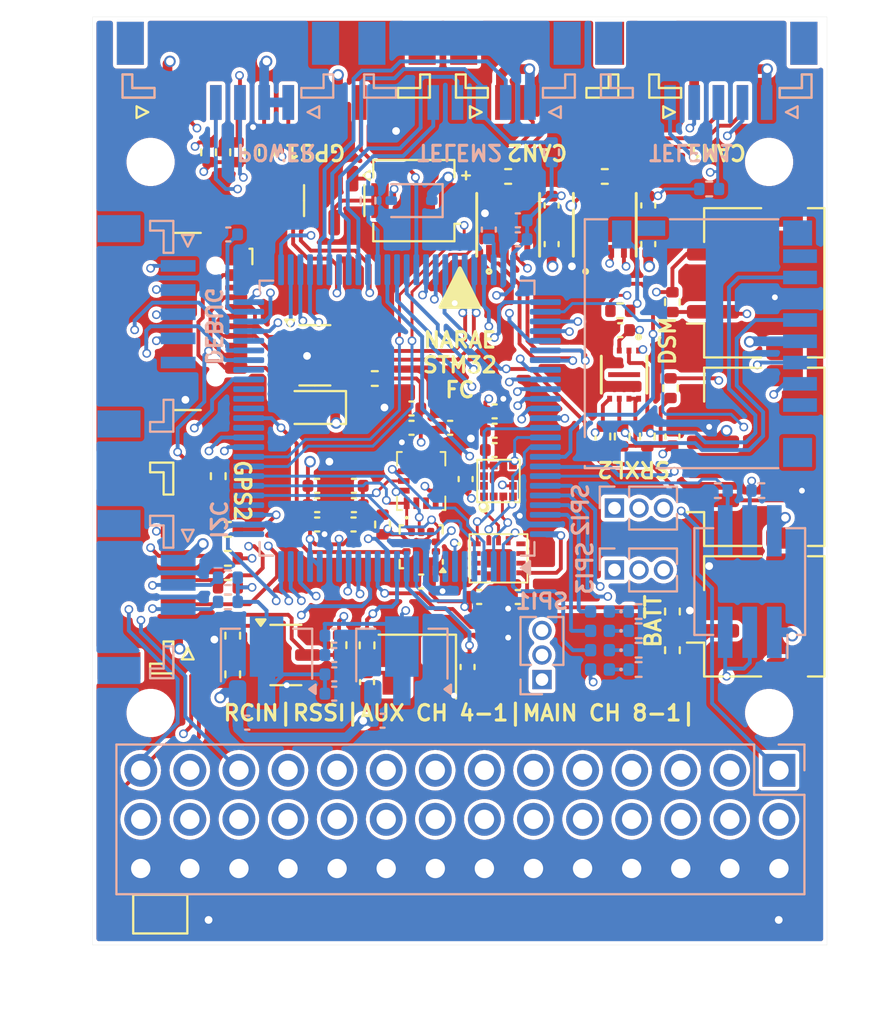
<source format=kicad_pcb>
(kicad_pcb (version 20240108) (generator "pcbnew") (generator_version "8.0")
  (layers (0 "F.Cu" signal) (1 "In1.Cu" signal) (2 "In2.Cu" signal) (31 "B.Cu" signal) (34 "B.Paste" user) (35 "F.Paste" user) (36 "B.SilkS" user "B.Silkscreen") (37 "F.SilkS" user "F.Silkscreen") (38 "B.Mask" user) (39 "F.Mask" user) (44 "Edge.Cuts" user))
  (net 0 "")
  (net 1 "GND")
  (net 2 "/NRST")
  (net 3 "/OSC_IN")
  (net 4 "/OSC_OUT")
  (net 5 "/VCAP1")
  (net 6 "/VCAP2")
  (net 7 "+5V")
  (net 8 "VBUS")
  (net 9 "Net-(BZ1-+)")
  (net 10 "+3.3V_RC")
  (net 11 "Net-(D1-K)")
  (net 12 "/UART1_RX")
  (net 13 "Net-(D2-K)")
  (net 14 "/BOOT0")
  (net 15 "+3.3V")
  (net 16 "Net-(D4-K)")
  (net 17 "/UART1_TX")
  (net 18 "+5V_PWM")
  (net 19 "/LED_RED")
  (net 20 "/LED_GREEN")
  (net 21 "/LED_BLUE")
  (net 22 "/TIM3_CH2")
  (net 23 "/TIM5_CH1")
  (net 24 "/TIM5_CH2")
  (net 25 "/TIM5_CH3")
  (net 26 "/TIM5_CH4")
  (net 27 "/SPI1_SCK")
  (net 28 "/SPI1_MISO")
  (net 29 "/SPI1_MOSI")
  (net 30 "/TIM3_CH1")
  (net 31 "/TIM3_CH3")
  (net 32 "/USB & POWER/USB_CONN_D-")
  (net 33 "/MAG_NSS")
  (net 34 "/USB & POWER/USB_CONN_D+")
  (net 35 "/FLASH_NSS")
  (net 36 "/SPI2_SCK")
  (net 37 "/PM_VOLTAGE")
  (net 38 "/PM_CURRENT")
  (net 39 "Net-(C4-Pad1)")
  (net 40 "/USB_D-")
  (net 41 "/USB_D+")
  (net 42 "/SWDIO")
  (net 43 "/SWCLK")
  (net 44 "/RSSI_IN")
  (net 45 "/UART4_TX")
  (net 46 "/UART4_RX")
  (net 47 "/GPS1_LED")
  (net 48 "/GPS1_BUZZER")
  (net 49 "/GPS1_LED_SW")
  (net 50 "/I2C1_SDA")
  (net 51 "/I2C1_SCL")
  (net 52 "/I2C2_SCL")
  (net 53 "/SPI2_MISO")
  (net 54 "/SPI2_MOSI")
  (net 55 "/UART5_TX")
  (net 56 "/UART5_RX")
  (net 57 "/I2C2_SDA")
  (net 58 "/UART2_CTS")
  (net 59 "/UART2_RTS")
  (net 60 "/UART2_RX")
  (net 61 "/UART2_TX")
  (net 62 "/UART3_RTS")
  (net 63 "/UART3_TX")
  (net 64 "/UART3_CTS")
  (net 65 "/UART3_RX")
  (net 66 "/Sensors/MAG_C1")
  (net 67 "/I2C3_SDA")
  (net 68 "/I2C3_SCL")
  (net 69 "/TIM4_CH4")
  (net 70 "+BATT")
  (net 71 "/V_BATT")
  (net 72 "/Communication/CAN1_P")
  (net 73 "Net-(Q1-B)")
  (net 74 "Net-(Q2-B)")
  (net 75 "/TIM4_CH3")
  (net 76 "/SPI3_SCK")
  (net 77 "/TIM3_CH4")
  (net 78 "/SPI3_MOSI")
  (net 79 "/SPI3_MISO")
  (net 80 "/Communication/CAN1_N")
  (net 82 "/GYRO2_NSS")
  (net 83 "/CAN1_RX")
  (net 84 "/GYRO1_NSS")
  (net 85 "/TIM1_CH4")
  (net 86 "Net-(D5-K)")
  (net 87 "/Communication/CAN2_P")
  (net 88 "/Communication/CAN2_N")
  (net 90 "/BARO_NSS")
  (net 92 "/CAN2_RX")
  (net 93 "/CAN2_TX")
  (net 94 "/TIM4_CH2")
  (net 95 "/MSD_NSS")
  (net 96 "/CAN1_STBY")
  (net 99 "/TIM1_CH2")
  (net 102 "/CAN1_TX")
  (net 103 "/TIM1_CH3")
  (net 104 "Net-(J2-CC1)")
  (net 105 "/CAN2_STBY")
  (net 109 "Net-(J4-DET)")
  (net 110 "/MSD_DETECT")
  (net 111 "/BARO_INT")
  (net 115 "/BOOT1")
  (footprint "Resistor_SMD:R_0402_1005Metric" (layer "F.Cu") (at 127 99.5 180)
    (property "Reference" "R28" (hide yes))
    (property "Value" "10k")
  )
  (footprint "Package_TO_SOT_SMD:SOT-23-3" (layer "F.Cu") (at 132.5 79.5 -90)
    (property "Reference" "Q1" (hide yes))
    (property "Value" "S9013")
  )
  (footprint "LPS22HH:ST_HLGA-10_2x2mm_P0.5mm_LayoutBorder3x2y" (layer "F.Cu") (at 137 97.4 180)
    (property "Reference" "U9" (hide yes))
    (property "Value" "LPS22HH")
  )
  (footprint "Resistor_SMD:R_0402_1005Metric" (layer "F.Cu") (at 127 98 180)
    (property "Reference" "R27" (hide yes))
    (property "Value" "10k")
  )
  (footprint "Resistor_SMD:R_0402_1005Metric" (layer "F.Cu") (at 126 77 90)
    (property "Reference" "R26" (hide yes))
    (property "Value" "10k")
  )
  (footprint "Resistor_SMD:R_0402_1005Metric" (layer "F.Cu") (at 147.3 85.2)
    (property "Reference" "R15" (hide yes))
    (property "Value" "10k")
  )
  (footprint "Resistor_SMD:R_0402_1005Metric" (layer "F.Cu") (at 148.7 91.7 90)
    (property "Reference" "R11" (hide yes))
    (property "Value" "10k")
  )
  (footprint "Resistor_SMD:R_0402_1005Metric" (layer "F.Cu") (at 127.25 104 -90)
    (property "Reference" "R20" (hide yes))
    (property "Value" "10k")
  )
  (footprint "ICM-42688-P:IIM42352_L" (layer "F.Cu") (at 137 94 90)
    (property "Reference" "U7" (hide yes))
    (property "Value" "ICM-42688-P" (hide yes))
  )
  (footprint "Capacitor_SMD:C_0402_1005Metric" (layer "F.Cu") (at 133.52 94.25 180)
    (property "Reference" "C7" (hide yes))
    (property "Value" "100nF")
  )
  (footprint "Capacitor_SMD:C_0402_1005Metric" (layer "F.Cu") (at 133.5 96.25 180)
    (property "Reference" "C2" (hide yes))
    (property "Value" "10uF")
  )
  (footprint "JST_GH:JST_GH_BM06B-GHS-TBT_06" (layer "F.Cu") (at 122.75 98.5 90)
    (property "Reference" "J10" (hide yes))
    (property "Value" "GH 1.25mm 6P")
  )
  (footprint "ATA6561:VDFN8_3X3_MCH-L" (layer "F.Cu") (at 141.5 80.75 90)
    (property "Reference" "U10" (hide yes))
    (property "Value" "ATA6561-GBQW")
  )
  (footprint "Jumper:SolderJumper-2_P1.3mm_Open_TrianglePad1.0x1.5mm" (layer "F.Cu") (at 123.5 116.4 180)
    (property "Reference" "JP1" (hide yes))
    (property "Value" "SolderJumper_2_Open")
  )
  (footprint "Hole:MountingHole_2.2mm_M2" (layer "F.Cu") (at 123 77.5)
    (property "Reference" "H1" (hide yes))
    (property "Value" "MountingHole")
  )
  (footprint "Hole:MountingHole_2.2mm_M2" (layer "F.Cu") (at 123 106)
    (property "Reference" "H3" (hide yes))
    (property "Value" "MountingHole")
  )
  (footprint "Resistor_SMD:R_0402_1005Metric" (layer "F.Cu") (at 146.4 91.7 90)
    (property "Reference" "R13" (hide yes))
    (property "Value" "10k")
  )
  (footprint "Resistor_SMD:R_0402_1005Metric" (layer "F.Cu") (at 126.5 93.75 -90)
    (property "Reference" "R9" (hide yes))
    (property "Value" "5k1")
  )
  (footprint "Capacitor_SMD:C_0402_1005Metric" (layer "F.Cu") (at 147.3 86.2 180)
    (property "Reference" "C19" (hide yes))
    (property "Value" "100nF")
  )
  (footprint "Capacitor_SMD:C_0402_1005Metric" (layer "F.Cu") (at 139.4 103.62 90)
    (property "Reference" "C1" (hide yes))
    (property "Value" "10pF")
  )
  (footprint "Capacitor_SMD:C_0402_1005Metric" (layer "F.Cu") (at 140.8 91.4)
    (property "Reference" "C28" (hide yes))
    (property "Value" "100nF")
  )
  (footprint "Resistor_SMD:R_0402_1005Metric" (layer "F.Cu") (at 134.2 102.5 90)
    (property "Reference" "R3" (hide yes))
    (property "Value" "4k7")
  )
  (footprint "Hole:MountingHole_2.2mm_M2" (layer "F.Cu") (at 155 106)
    (property "Reference" "H4" (hide yes))
    (property "Value" "MountingHole")
  )
  (footprint "Resistor_SMD:R_0402_1005Metric" (layer "F.Cu") (at 150 102.75 90)
    (property "Reference" "R17" (hide yes))
    (property "Value" "15k")
  )
  (footprint "Resistor_SMD:R_0402_1005Metric" (layer "F.Cu") (at 150 100.75 90)
    (property "Reference" "R18" (hide yes))
    (property "Value" "1k")
  )
  (footprint "W25X40CLUX:USON_LUXIG TR_WIN-L" (layer "F.Cu") (at 147.5 88.5 -90)
    (property "Reference" "U5" (hide yes))
    (property "Value" "W25X40CLSN")
  )
  (footprint "Capacitor_SMD:C_0402_1005Metric" (layer "F.Cu") (at 131.62 96.25)
    (property "Reference" "C10" (hide yes))
    (property "Value" "100nF")
  )
  (footprint "Resistor_SMD:R_0402_1005Metric" (layer "F.Cu") (at 147.4 91.7 90)
    (property "Reference" "R12" (hide yes))
    (property "Value" "10k")
  )
  (footprint "Capacitor_SMD:C_0402_1005Metric" (layer "F.Cu") (at 148.75 81.75 -90)
    (property "Reference" "C33" (hide yes))
    (property "Value" "100nF")
  )
  (footprint "Package_TO_SOT_SMD:SOT-23-6" (layer "F.Cu") (at 131.5 87.5)
    (property "Reference" "U2" (hide yes))
    (property "Value" "USBLC6-2SC6")
  )
  (footprint "Capacitor_SMD:C_0402_1005Metric" (layer "F.Cu") (at 143.75 79.75 90)
    (property "Reference" "C32" (hide yes))
    (property "Value" "100nF")
  )
  (footprint "Capacitor_SMD:C_0402_1005Metric" (layer "F.Cu") (at 139.3 93.9 90)
    (property "Reference" "C30" (hide yes))
    (property "Value" "220nF")
  )
  (footprint "Resistor_SMD:R_0402_1005Metric" (layer "F.Cu") (at 127.25 102 90)
    (property "Reference" "R21" (hide yes))
    (property "Value" "1k")
  )
  (footprint "Resistor_SMD:R_0402_1005Metric" (layer "F.Cu") (at 149.9 89.2 90)
    (property "Reference" "R14" (hide yes))
    (property "Value" "10k")
  )
  (footprint "Resistor_SMD:R_0402_1005Metric" (layer "F.Cu") (at 129 77 90)
    (property "Reference" "R23" (hide yes))
    (property "Value" "10k")
  )
  (footprint "Capacitor_SMD:C_0402_1005Metric" (layer "F.Cu") (at 137 99.2)
    (property "Reference" "C26" (hide yes))
    (property "Value" "4.7u")
  )
  (footprint "Resistor_SMD:R_0402_1005Metric" (layer "F.Cu") (at 135 96.25 -90)
    (property "Reference" "R16" (hide yes))
    (property "Value" "10k")
  )
  (footprint "JST_ZH:JST_ZH_S2B-ZR-SM4A-TF_1x02-1MP_P1.50mm_Horizontal" (layer "F.Cu") (at 153.75 101 90)
    (property "Reference" "J5" (hide yes))
    (property "Value" "JST ZH 1.5mm 2P")
  )
  (footprint "JST_GH:JST_GH_BM10B-GHS-TBT_10" (layer "F.Cu") (at 129.5 72.75)
    (property "Reference" "J9" (hide yes))
    (property "Value" "GH 1.25mm 10P")
  )
  (footprint "Capacitor_SMD:C_0402_1005Metric" (layer "F.Cu") (at 140.8 90.4)
    (property "Reference" "C29" (hide yes))
    (property "Value" "100nF")
  )
  (footprint "Resistor_SMD:R_0402_1005Metric" (layer "F.Cu") (at 127.5 77 90)
    (property "Reference" "R24" (hide yes))
    (property "Value" "10k")
  )
  (footprint "Capacitor_SMD:C_0402_1005Metric" (layer "F.Cu") (at 131.62 94.25)
    (property "Reference" "C8" (hide yes))
    (property "Value" "100nF")
  )
  (footprint "Capacitor_SMD:C_0402_1005Metric" (layer "F.Cu") (at 143.75 81.75 -90)
    (property "Reference" "C34" (hide yes))
    (property "Value" "100nF")
  )
  (footprint "ATA6561:VDFN8_3X3_MCH-L" (layer "F.Cu") (at 146.5 80.75 90)
    (property "Reference" "U11" (hide yes))
    (property "Value" "ATA6561-GBQW")
  )
  (footprint "Capacitor_SMD:C_0402_1005Metric" (layer "F.Cu") (at 136.5 90.25 180)
    (property "Reference" "C24" (hide yes))
    (property "Value" "2.2nF")
  )
  (footprint "Capacitor_SMD:C_0402_1005Metric" (layer "F.Cu") (at 140.8 92.4)
    (property "Reference" "C27" (hide yes))
    (property "Value" "10uF")
  )
  (footprint "Resistor_SMD:R_0402_1005Metric" (layer "F.Cu") (at 141.5 78.25)
    (property "Reference" "R33" (hide yes))
    (property "Value" "120")
  )
  (footprint "Capacitor_SMD:C_0402_1005Metric" (layer "F.Cu") (at 140 100)
    (property "Reference" "C21" (hide yes))
    (property "Value" "100nF")
  )
  (footprint "Resistor_SMD:R_0402_1005Metric" (layer "F.Cu") (at 150 84.75 90)
    (property "Reference" "R19" (hide yes))
    (property "Value" "10k")
  )
  (footprint "JST_ZH:JST_ZH_S4B-ZR-SM4A-TF_1x04-1MP_P1.50mm_Horizontal" (layer "F.Cu") (at 153.75 92.75 90)
    (property "Reference" "J8" (hide yes))
    (property "Value" "ZH 1.5mm 4P")
  )
  (footprint "LIS2MDLTR:LIS2MDLTR" (layer "F.Cu") (at 141 94 90)
    (property "Reference" "U8" (hide yes))
    (property "Value" "LIS2MDLTR" (hide yes))
  )
  (footprint "Capacitor_SMD:C_0402_1005Metric" (layer "F.Cu") (at 134.2 104.4 -90)
    (property "Reference" "C4" (hide yes))
    (property "Value" "10pF")
  )
  (footprint "BMI323:BMI323_L" (layer "F.Cu") (at 141 98)
    (property "Reference" "U6" (hide yes))
    (property "Value" "BMI323" (hide yes))
  )
  (footprint "Diode_SMD:D_SOD-323" (layer "F.Cu") (at 131.5 90.2 180)
    (property "Reference" "D6" (hide yes))
    (property "Value" "B5819W")
  )
  (footprint "Capacitor_SMD:C_0402_1005Metric" (layer "F.Cu") (at 150 91.7 90)
    (property "Reference" "C20" (hide yes))
    (property "Value" "100nF")
  )
  (footprint "Capacitor_SMD:C_0402_1005Metric" (layer "F.Cu") (at 148.75 79.75 90)
    (property "Reference" "C31" (hide yes))
    (property "Value" "100nF")
  )
  (footprint "Capacitor_SMD:C_0402_1005Metric" (layer "F.Cu") (at 142 100)
    (property "Reference" "C23" (hide yes))
    (property "Value" "100nF")
  )
  (footprint "Resistor_SMD:R_0402_1005Metric" (layer "F.Cu") (at 134.6 88.7 180)
    (property "Reference" "R10" (hide yes))
    (property "Value" "1k5")
  )
  (footprint "FUET-4020:FUET-4020" (layer "F.Cu") (at 136.62 79.5 180)
    (property "Reference" "BZ1" (hide yes))
    (property "Value" "FUET-4020")
  )
  (footprint "JST_GH:JST_GH_BM04B-GHS-TBT_04" (layer "F.Cu") (at 153 72.75)
    (property "Reference" "J15" (hide yes))
    (property "Value" "GH 1.25mm 4P")
  )
  (footprint "Resistor_SMD:R_0402_1005Metric" (layer "F.Cu") (at 146.5 78.25)
    (property "Reference" "R34" (hide yes))
    (property "Value" "120")
  )
  (footprint "Capacitor_SMD:C_0402_1005Metric" (layer "F.Cu") (at 131.62 95.25)
    (property "Reference" "C9" (hide yes))
    (property "Value" "100nF")
  )
  (footprint "Package_TO_SOT_SMD:SOT-23-3" (layer "F.Cu") (at 130 103)
    (property "Reference" "Q2" (hide yes))
    (property "Value" "S9013")
  )
  (footprint "JST_ZH:JST_ZH_S3B-ZR-SM4A-TF_1x03-1MP_P1.50mm_Horizontal" (layer "F.Cu") (at 153.75 83.75 90)
    (property "Reference" "J7" (hide yes))
    (property "Value" "ZH 1.5mm 3P")
  )
  (footprint "Crystal:Crystal_SMD_Abracon_ABM8G-4Pin_3.2x2.5mm" (layer "F.Cu") (at 136.8 103.6 180)
    (property "Reference" "Y1" (hide yes))
    (property "Value" "16MHz")
  )
  (footprint "Capacitor_SMD:C_0402_1005Metric" (layer "F.Cu") (at 138.5 91.25)
    (property "Reference" "C25" (hide yes))
    (property "Value" "10nF")
  )
  (footprint "Resistor_SMD:R_0402_1005Metric" (layer "F.Cu") (at 127 96.5 180)
    (property "Reference" "R25" (hide yes))
    (property "Value" "10k")
  )
  (footprint "Hole:MountingHole_2.2mm_M2" (layer "F.Cu") (at 155 77.5)
    (property "Reference" "H2" (hide yes))
    (property "Value" "MountingHole")
  )
  (footprint "Connector_USB:USB_C_Receptacle_GCT_USB4110" (layer "F.Cu") (at 123.75 85.75 -90)
    (property "Reference" "J2" (hide yes))
    (property "Value" "USB_C_USB2.0_14P")
  )
  (footprint "JST_GH:JST_GH_BM04B-GHS-TBT_04" (layer "F.Cu") (at 143 72.75)
    (property "Reference" "J14" (hide yes))
    (property "Value" "GH 1.25mm 4P")
  )
  (footprint "Capacitor_SMD:C_0402_1005Metric" (layer "F.Cu") (at 133.52 95.25 180)
    (property "Reference" "C3" (hide yes))
    (property "Value" "100nF")
  )
  (footprint "Capacitor_SMD:C_0402_1005Metric" (layer "F.Cu") (at 136.5 91.25 180)
    (property "Reference" "C22" (hide yes))
    (property "Value" "0.1nF")
  )
  (footprint "Resistor_SMD:R_0402_1005Metric" (layer "F.Cu") (at 132.75 102.49 -90)
    (property "Reference" "R22" (hide yes))
    (property "Value" "10k")
  )
  (footprint "Resistor_SMD:R_0402_1005Metric" (layer "B.Cu") (at 152.35 94.5)
    (property "Reference" "R1" (hide yes))
    (property "Value" "100k")
  )
  (footprint "Connector_PinHeader_1.27mm:PinHeader_1x03_P1.27mm_Vertical" (layer "B.Cu") (at 147 95.4 -90)
    (property "Reference" "TP1" (hide yes))
    (property "Value" "Test Pin")
  )
  (footprint "Capacitor_SMD:C_0402_1005Metric" (layer "B.Cu") (at 135 106.4)
    (property "Reference" "C14" (hide yes))
    (property "Value" "10uF")
  )
  (footprint "Package_TO_SOT_SMD:SOT-89-3" (layer "B.Cu") (at 129 103 90)
    (property "Reference" "U3" (hide yes))
    (property "Value" "AMS1117-3.3")
  )
  (footprint "PWM_Connector:PWM_Conn_3x14" (layer "B.Cu") (at 139 111.5 180)
    (property "Reference" "J6" (hide yes))
    (property "Value" "PWM_Conn_3x14")
  )
  (footprint "LED_SMD:LED_0402_1005Metric" (layer "B.Cu") (at 146.25 101.75 180)
    (property "Reference" "D4" (hide yes))
    (property "Value" "Green")
  )
  (footprint "Resistor_SMD:R_0402_1005Metric" (layer "B.Cu") (at 143.75 77 90)
    (property "Reference" "R30" (hide yes))
    (property "Value" "10k")
  )
  (footprint "LED_SMD:LED_0402_1005Metric" (layer "B.Cu") (at 146.25 102.75 180)
    (property "Reference" "D5" (hide yes))
    (property "Value" "Blue")
  )
  (footprint "Package_TO_SOT_SMD:SOT-89-3" (layer "B.Cu") (at 136 103 90)
    (property "Reference" "U4" (hide yes))
    (property "Value" "AMS1117-3.3")
  )
  (footprint "Connector_PinHeader_1.27mm:PinHeader_1x03_P1.27mm_Vertical" (layer "B.Cu") (at 143.25 104.27)
    (property "Reference" "TP2" (hide yes))
    (property "Value" "Test Pin")
  )
  (footprint "Capacitor_SMD:C_0402_1005Metric" (layer "B.Cu") (at 142 80.52 180)
    (property "Reference" "C12" (hide yes))
    (property "Value" "100nF")
  )
  (footprint "JST_GH:JST_GH_BM06B-GHS-TBT_06" (layer "B.Cu") (at 151.75 72.75 180)
    (property "Reference" "J11" (hide yes))
    (property "Value" "GH 1.25mm 6P")
  )
  (footprint "Resistor_SMD:R_0402_1005Metric" (layer "B.Cu") (at 148.25 101.75)
    (property "Reference" "R7" (hide yes))
    (property "Value" "1k")
  )
  (footprint "Capacitor_SMD:C_0402_1005Metric" (layer "B.Cu") (at 127.02 81.25)
    (property "Reference" "C5" (hide yes))
    (property "Value" "2.2uF")
  )
  (footprint "Resistor_SMD:R_0402_1005Metric" (layer "B.Cu") (at 134.25 79.5 90)
    (property "Reference" "R5" (hide yes))
    (property "Value" "180")
  )
  (footprint "Capacitor_SMD:C_0402_1005Metric" (layer "B.Cu") (at 132.5 105)
    (property "Reference" "C17" (hide yes))
    (property "Value" "10uF")
  )
  (footprint "Connector_Card:microSD_HC_Hirose_DM3D-SF" (layer "B.Cu") (at 151.25 86.9 -90)
    (property "Reference" "J4" (hide yes))
    (property "Value" "Micro_SD_Card_Det1")
  )
  (footprint "Resistor_SMD:R_0402_1005Metric" (layer "B.Cu") (at 148.25 103.75)
    (property "Reference" "R4" (hide yes))
    (property "Value" "1k")
  )
  (footprint "LED_SMD:LED_0402_1005Metric" (layer "B.Cu") (at 146.25 100.75 180)
    (property "Reference" "D2" (hide yes))
    (property "Value" "Red")
  )
  (footprint "Capacitor_SMD:C_0402_1005Metric" (layer "B.Cu") (at 128 106.5)
    (property "Reference" "C13" (hide yes))
    (property "Value" "10uF")
  )
  (footprint "Resistor_SMD:R_0402_1005Metric" (layer "B.Cu") (at 148.25 100.75)
    (property "Reference" "R6" (hide yes))
    (property "Value" "1k")
  )
  (footprint "Package_QFP:LQFP-100_14x14mm_P0.5mm" (layer "B.Cu") (at 135.75 90.75 90)
    (property "Reference" "U1" (hide yes))
    (property "Value" "STM32F407VETx")
  )
  (footprint "Capacitor_SMD:C_0402_1005Metric" (layer "B.Cu") (at 132.5 103)
    (property "Reference" "C16" (hide yes))
    (property "Value" "100nF")
  )
  (footprint "JST_GH:JST_GH_BM06B-GHS-TBT_06" (layer "B.Cu") (at 139.5 72.75 180)
    (property "Reference" "J12" (hide yes))
    (property "Value" "GH 1.25mm 6P")
  )
  (footprint "Resistor_SMD:R_0402_1005Metric" (layer "B.Cu") (at 151.9 78.9)
    (property "Reference" "R29" (hide yes))
    (property "Value" "10k")
  )
  (footprint "Resistor_SMD:R_0402_1005Metric" (layer "B.Cu") (at 148.25 102.75)
    (property "Reference" "R8" (hide yes))
    (property "Value" "1k")
  )
  (footprint "Capacitor_SMD:C_0402_1005Metric" (layer "B.Cu") (at 132.5 104)
    (property "Reference" "C15" (hide yes))
    (property "Value" "100nF")
  )
  (footprint "JST_GH:JST_GH_BM04B-GHS-TBT_04" (layer "B.Cu") (at 122.75 100 -90)
    (property "Reference" "J13" (hide yes))
    (property "Value" "GH 1.25mm 4P")
  )
  (footprint "LED_SMD:LED_0402_1005Metric" (layer "B.Cu") (at 146.25 103.75 180)
    (property "Reference" "D1" (hide yes))
    (property "Value" "White")
  )
  (footprint "Diode_SMD:D_SOD-323" (layer "B.Cu") (at 136.5 79.5 180)
    (property "Reference" "D3" (hide yes))
    (property "Value" "B5819W")
  )
  (footprint "Connector_PinHeader_1.27mm:PinHeader_1x03_P1.27mm_Vertical" (layer "B.Cu") (at 147 98.6 -90)
    (property "Reference" "TP3" (hide yes))
    (property "Value" "Test Pin")
  )
  (footprint "Button_Switch_SMD:SW_DIP_SPSTx03_Slide_KingTek_DSHP03TJ_W5.25mm_P1.27mm_JPin" (layer "B.Cu") (at 154 99.2 90)
    (property "Reference" "SW2" (hide yes))
    (property "Value" "SW_DIP_x03")
  )
  (footprint "Resistor_SMD:R_0402_1005Metric" (layer "B.Cu") (at 127 99 180)
    (property "Reference" "R32" (hide yes))
    (property "Value" "10k")
  )
  (footprint "Capacitor_SMD:C_0402_1005Metric" (layer "B.Cu") (at 140.5 81 90)
    (property "Reference" "C6" (hide yes))
    (property "Value" "2.2uF")
  )
  (footprint "JST_GH:JST_GH_BM06B-GHS-TBT_06" (layer "B.Cu") (at 127 72.75 180)
    (property "Reference" "J3" (hide yes))
    (property "Value" "GH 1.25mm 6P")
  )
  (footprint "JST_GH:JST_GH_BM06B-GHS-TBT_06" (layer "B.Cu") (at 122.75 86 -90)
    (property "Reference" "J1" (hide yes))
    (property "Value" "GH 1.25mm 6P")
  )
  (footprint "Resistor_SMD:R_0402_1005Metric" (layer "B.Cu") (at 127 100.25 180)
    (property "Reference" "R31" (hide yes))
    (property "Value" "10k")
  )
  (footprint "Capacitor_SMD:C_0402_1005Metric" (layer "B.Cu") (at 132.5 102)
    (property "Reference" "C18" (hide yes))
    (property "Value" "10uF")
  )
  (footprint "Resistor_SMD:R_0402_1005Metric" (layer "B.Cu") (at 154.6 94.5 180)
    (property "Reference" "R2" (hide yes))
    (property "Value" "100k")
  )
  (footprint "Capacitor_SMD:C_0402_1005Metric" (layer "B.Cu") (at 142 81.5 180)
    (property "Reference" "C11" (hide yes))
    (property "Value" "1uF")
  )
  (gr_poly (pts (xy 138 85) (xy 139 83) (xy 140 85)) (stroke (width 0.2)) (fill solid) (layer "F.SilkS"))
  (gr_rect (start 120 70) (end 158 118) (stroke (width 0.01)) (fill none) (layer "Edge.Cuts"))
  (gr_text "SPI1" (at 143.25 100.23 0) (layer "B.SilkS") (effects (font (size 0.8 0.8) (thickness 0.16) (bold yes)) (justify mirror)))
  (gr_text "SPI3" (at 145.48 98.5 90) (layer "B.SilkS") (effects (font (size 0.8 0.8) (thickness 0.16) (bold yes)) (justify mirror)))
  (gr_text "SPI2" (at 145.25 95.5 90) (layer "B.SilkS") (effects (font (size 0.8 0.8) (thickness 0.16) (bold yes)) (justify mirror)))
  (gr_text "TELEM2" (at 139 77 180) (layer "B.SilkS") (effects (font (size 0.8 0.8) (thickness 0.16) (bold yes)) (justify mirror)))
  (gr_text "DEBUG" (at 126.25 86 270) (layer "B.SilkS") (effects (font (size 0.8 0.8) (thickness 0.16) (bold yes)) (justify mirror)))
  (gr_text "POWER" (at 129.5 77 180) (layer "B.SilkS") (effects (font (size 0.8 0.8) (thickness 0.16) (bold yes)) (justify mirror)))
  (gr_text "TELEM1" (at 151 77 180) (layer "B.SilkS") (effects (font (size 0.8 0.8) (thickness 0.16) (bold yes)) (justify mirror)))
  (gr_text "I2C" (at 126.5 96 270) (layer "B.SilkS") (effects (font (size 0.8 0.8) (thickness 0.16) (bold yes)) (justify mirror)))
  (gr_text "NARAE\nSTM32\nFC" (at 139 88 0) (layer "F.SilkS") (effects (font (size 0.8 0.8) (thickness 0.16) (bold yes))))
  (gr_text "GPS2" (at 127.75 94.5 270) (layer "F.SilkS") (effects (font (size 0.8 0.8) (thickness 0.16) (bold yes))))
  (gr_text "GPS1" (at 131.5 77 180) (layer "F.SilkS") (effects (font (size 0.8 0.8) (thickness 0.16) (bold yes))))
  (gr_text "SRXL2" (at 148 93.4 180) (layer "F.SilkS") (effects (font (size 0.8 0.8) (thickness 0.16) (bold yes))))
  (gr_text "CAN1" (at 152.25 77 180) (layer "F.SilkS") (effects (font (size 0.8 0.8) (thickness 0.16) (bold yes))))
  (gr_text "DSM" (at 149.75 86.75 90) (layer "F.SilkS") (effects (font (size 0.8 0.8) (thickness 0.16) (bold yes))))
  (gr_text "RCIN|RSSI|AUX CH 4-1|MAIN CH 8-1|" (at 139 106 0) (layer "F.SilkS") (effects (font (size 0.8 0.8) (thickness 0.16) (bold yes))))
  (gr_text "BATT" (at 149 101.25 90) (layer "F.SilkS") (effects (font (size 0.8 0.8) (thickness 0.16) (bold yes))))
  (gr_text "CAN2" (at 143 77 180) (layer "F.SilkS") (effects (font (size 0.8 0.8) (thickness 0.16) (bold yes))))
  (segment (start 143.75 80.23) (end 143.75 81.27) (width 0.2) (layer "F.Cu") (net 1))
  (segment (start 148.75 80.23) (end 148.75 80.8) (width 0.15) (layer "F.Cu") (net 1))
  (segment (start 151.9 100.05) (end 152.1 100.25) (width 0.5) (layer "F.Cu") (net 1))
  (segment (start 130.3625 87.5) (end 131.063571 87.5) (width 0.2) (layer "F.Cu") (net 1))
  (segment (start 131.063571 87.5) (end 131.095021 87.53145) (width 0.2) (layer "F.Cu") (net 1))
  (segment (start 133.02 96.25) (end 133.02 94.27) (width 0.2) (layer "F.Cu") (net 1))
  (segment (start 155.8 90.5) (end 155.9 90.6) (width 0.2) (layer "F.Cu") (net 1))
  (segment (start 141.25 93.2) (end 141.25 93.675) (width 0.2) (layer "F.Cu") (net 1))
  (segment (start 137.9 104.45) (end 137.9 105) (width 0.2) (layer "F.Cu") (net 1))
  (segment (start 132 96.75) (end 132 96.35) (width 0.2) (layer "F.Cu") (net 1))
  (segment (start 136.52 98.1825) (end 136.5 98.1625) (width 0.15) (layer "F.Cu") (net 1))
  (segment (start 138.98 91.25) (end 138.98 91.8) (width 0.2) (layer "F.Cu") (net 1))
  (segment (start 132.1 96.25) (end 133.02 96.25) (width 0.2) (layer "F.Cu") (net 1))
  (segment (start 138.8 105.5) (end 138.8 105.2) (width 0.2) (layer "F.Cu") (net 1))
  (segment (start 141.52 100) (end 141.52 100.58) (width 0.2) (layer "F.Cu") (net 1))
  (segment (start 138.72 94) (end 138.91 93.81) (width 0.2) (layer "F.Cu") (net 1))
  (segment (start 137.4 105.5) (end 138.8 105.5) (width 0.2) (layer "F.Cu") (net 1))
  (segment (start 148.75 80.8) (end 148.75 81.27) (width 0.15) (layer "F.Cu") (net 1))
  (segment (start 148.75 80.8) (end 148.7 80.75) (width 0.15) (layer "F.Cu") (net 1))
  (segment (start 127.43 82.55) (end 126.855 81.975) (width 0.2) (layer "F.Cu") (net 1))
  (segment (start 137.9 94) (end 138.72 94) (width 0.2) (layer "F.Cu") (net 1))
  (segment (start 141 98.913) (end 141.5 98.913) (width 0.2) (layer "F.Cu") (net 1))
  (segment (start 156.7 91.4) (end 156.7 94.5) (width 0.2) (layer "F.Cu") (net 1))
  (segment (start 126.855 81.975) (end 126.855 80.64) (width 0.2) (layer "F.Cu") (net 1))
  (segment (start 136.52 99.2) (end 136.52 98.1825) (width 0.15) (layer "F.Cu") (net 1))
  (segment (start 155.9 90.6) (end 156.7 91.4) (width 0.2) (layer "F.Cu") (net 1))
  (segment (start 146.1698 82.1216) (end 146.1698 81.0802) (width 0.15) (layer "F.Cu") (net 1))
  (segment (start 141.1698 81.0802) (end 141.5 80.75) (width 0.15) (layer "F.Cu") (net 1))
  (segment (start 132.1 94.25) (end 132.1 93.15) (width 0.2) (layer "F.Cu") (net 1))
  (segment (start 132 96.35) (end 132.1 96.25) (width 0.2) (layer "F.Cu") (net 1))
  (segment (start 150.7 100.24) (end 152.09 100.24) (width 0.2) (layer "F.Cu") (net 1))
  (segment (start 146.82 86.2) (end 146.82 87.185211) (width 0.2) (layer "F.Cu") (net 1))
  (segment (start 151.4 91.2) (end 151.38 91.22) (width 0.2) (layer "F.Cu") (net 1))
  (segment (start 150 91.22) (end 151.38 91.22) (width 0.2) (layer "F.Cu") (net 1))
  (segment (start 128.3125 104.5) (end 128.8625 103.95) (width 0.2) (layer "F.Cu") (net 1))
  (segment (start 141.28 89.78) (end 141.25 89.75) (width 0.2) (layer "F.Cu") (net 1))
  (segment (start 141 99.48) (end 140.48 100) (width 0.2) (layer "F.Cu") (net 1))
  (segment (start 138.8 105.5) (end 139.4 104.9) (width 0.2) (layer "F.Cu") (net 1))
  (segment (start 141.28 90.4) (end 141.28 89.78) (width 0.2) (layer "F.Cu") (net 1))
  (segment (start 150.5 100.24) (end 150.7 100.24) (width 0.2) (layer "F.Cu") (net 1))
  (segment (start 141.28 90.4) (end 141.28 93.17) (width 0.2) (layer "F.Cu") (net 1))
  (segment (start 151.38 91.22) (end 152.1 90.5) (width 0.2) (layer "F.Cu") (net 1))
  (segment (start 132.1 94.25) (end 133.04 94.25) (width 0.2) (layer "F.Cu") (net 1))
  (segment (start 154.95 83.75) (end 155.3 84.1) (width 0.2) (layer "F.Cu") (net 1))
  (segment (start 139.4 104.9) (end 139.4 104.1) (width 0.2) (layer "F.Cu") (net 1))
  (segment (start 136.02 90.25) (end 135.15 90.25) (width 0.5) (layer "F.Cu") (net 1))
  (segment (start 152.1 90.5) (end 154 90.5) (width 0.2) (layer "F.Cu") (net 1))
  (segment (start 135.15 90.25) (end 135.1 90.2) (width 0.5) (layer "F.Cu") (net 1))
  (segment (start 137.9 105) (end 137.4 105.5) (width 0.2) (layer "F.Cu") (net 1))
  (segment (start 141 98.913) (end 141 99.48) (width 0.2) (layer "F.Cu") (net 1))
  (segment (start 146.1698 81.0802) (end 146.5 80.75) (width 0.15) (layer "F.Cu") (net 1))
  (segment (start 141.1698 82.1216) (end 141.1698 81.0802) (width 0.15) (layer "F.Cu") (net 1))
  (segment (start 138.98 93.74) (end 138.91 93.81) (width 0.2) (layer "F.Cu") (net 1))
  (segment (start 146.82 87.185211) (end 146.749811 87.2554) (width 0.2) (layer "F.Cu") (net 1))
  (segment (start 127.25 104.51) (end 128.3025 104.51) (width 0.2) (layer "F.Cu") (net 1))
  (segment (start 155.3 84.5) (end 155.3 84.1) (width 0.2) (layer "F.Cu") (net 1))
  (segment (start 141.52 100.58) (end 141.5 100.6) (width 0.2) (layer "F.Cu") (net 1))
  (segment (start 150 100.24) (end 150.5 100.24) (width 0.2) (layer "F.Cu") (net 1))
  (segment (start 138.98 91.8) (end 138.98 93.74) (width 0.2) (layer "F.Cu") (net 1))
  (segment (start 148.7 80.75) (end 141.5 80.75) (width 0.15) (layer "F.Cu") (net 1))
  (segment (start 129.437688 104.562312) (end 129.385376 104.51) (width 0.2) (layer "F.Cu") (net 1))
  (segment (start 138.91 93.81) (end 139.3 93.42) (width 0.2) (layer "F.Cu") (net 1))
  (segment (start 132.1 94.25) (end 132.1 96.25) (width 0.2) (layer "F.Cu") (net 1))
  (segment (start 127.43 88.95) (end 127.43 90.285) (width 0.2) (layer "F.Cu") (net 1))
  (segment (start 134.2 105.4) (end 134.3 105.5) (width 0.2) (layer "F.Cu") (net 1))
  (segment (start 127.43 90.285) (end 126.855 90.86) (width 0.2) (layer "F.Cu") (net 1))
  (segment (start 132.1 93.15) (end 132.25 93) (width 0.2) (layer "F.Cu") (net 1))
  (segment (start 154 90.5) (end 155.8 90.5) (width 0.2) (layer "F.Cu") (net 1))
  (segment (start 132.12 96.23) (end 132.1 96.25) (width 0.2) (layer "F.Cu") (net 1))
  (segment (start 151.9 98.4) (end 151.9 100.05) (width 0.5) (layer "F.Cu") (net 1))
  (segment (start 136.02 90.25) (end 136.02 91.25) (width 0.2) (layer "F.Cu") (net 1))
  (segment (start 141.675 93.675) (end 141.75 93.75) (width 0.2) (layer "F.Cu") (net 1))
  (segment (start 134.2 104.88) (end 134.2 105.4) (width 0.2) (layer "F.Cu") (net 1))
  (segment (start 139.573267 91.8) (end 138.98 91.8) (width 0.2) (layer "F.Cu") (net 1))
  (segment (start 141.52 98.933) (end 141.5 98.913) (width 0.2) (layer "F.Cu") (net 1))
  (segment (start 134.3 105.5) (end 137.4 105.5) (width 0.2) (layer "F.Cu") (net 1))
  (segment (start 152.09 100.24) (end 152.1 100.25) (width 0.2) (layer "F.Cu") (net 1))
  (segment (start 137 97.29099) (end 137 98.1625) (width 0.15) (layer "F.Cu") (net 1))
  (segment (start 138.98 91.25) (end 139.023267 91.25) (width 0.15) (layer "F.Cu") (net 1))
  (segment (start 137.5 96.6375) (end 137.5 96.79099) (width 0.15) (layer "F.Cu") (net 1))
  (segment (start 151.9 91.2) (end 151.4 91.2) (width 0.2) (layer "F.Cu") (net 1))
  (segment (start 138.8 105.2) (end 138.7 105.1) (width 0.2) (layer "F.Cu") (net 1))
  (segment (start 141.52 100) (end 141.52 98.933) (width 0.2) (layer "F.Cu") (net 1))
  (segment (start 128.3025 104.51) (end 128.3125 104.5) (width 0.2) (layer "F.Cu") (net 1))
  (segment (start 130.042651 104.562312) (end 129.437688 104.562312) (width 0.2) (layer "F.Cu") (net 1))
  (segment (start 133.02 94.27) (end 133.04 94.25) (width 0.2) (layer "F.Cu") (net 1))
  (segment (start 141.52 100) (end 140.48 100) (width 0.2) (layer "F.Cu") (net 1))
  (segment (start 136.02 91.25) (end 136.02 91.98) (width 0.2) (layer "F.Cu") (net 1))
  (segment (start 130.104963 104.5) (end 130.042651 104.562312) (width 0.2) (layer "F.Cu") (net 1))
  (segment (start 141.25 93.675) (end 141.675 93.675) (width 0.2) (layer "F.Cu") (net 1))
  (segment (start 150.9 100.701574) (end 150.9 100.44) (width 0.2) (layer "F.Cu") (net 1))
  (segment (start 129.385376 104.51) (end 127.25 104.51) (width 0.2) (layer "F.Cu") (net 1))
  (segment (start 151.9 90.7) (end 152.1 90.5) (width 0.2) (layer "F.Cu") (net 1))
  (segment (start 141.28 93.17) (end 141.25 93.2) (width 0.2) (layer "F.Cu") (net 1))
  (segment (start 152.1 83.75) (end 154.95 83.75) (width 0.2) (layer "F.Cu") (net 1))
  (segment (start 150.9 100.44) (end 150.7 100.24) (width 0.2) (layer "F.Cu") (net 1))
  (segment (start 151.9 91.2) (end 151.9 90.7) (width 0.2) (layer "F.Cu") (net 1))
  (segment (start 136.5 98.1625) (end 137 98.1625) (width 0.15) (layer "F.Cu") (net 1))
  (segment (start 136.02 91.98) (end 136 92) (width 0.2) (layer "F.Cu") (net 1))
  (segment (start 137.5 96.79099) (end 137 97.29099) (width 0.15) (layer "F.Cu") (net 1))
  (via (at 131.095021 87.53145) (size 0.6) (drill 0.4) (layers "F.Cu" "B.Cu") (net 1))
  (via (at 132.25 93) (size 0.6) (drill 0.4) (layers "F.Cu" "B.Cu") (net 1))
  (via (at 144.8 82.9) (size 0.6) (drill 0.4) (layers "F.Cu" "B.Cu") (net 1))
  (via (at 128.3 75.7) (size 0.45) (drill 0.3) (layers "F.Cu" "B.Cu") (net 1))
  (via (at 139.573267 91.8) (size 0.6) (drill 0.4) (layers "F.Cu" "B.Cu") (net 1))
  (via (at 124.8 89.8) (size 0.6) (drill 0.4) (layers "F.Cu" "B.Cu") (net 1))
  (via (at 141.25 89.75) (size 0.45) (drill 0.3) (layers "F.Cu" "B.Cu") (net 1))
  (via (at 136 92) (size 0.45) (drill 0.3) (layers "F.Cu" "B.Cu") (net 1))
  (via (at 126.3 102.2) (size 0.6) (drill 0.4) (layers "F.Cu" "B.Cu") (net 1))
  (via (at 141.5 100.6) (size 0.45) (drill 0.3) (layers "F.Cu" "B.Cu") (net 1))
  (via (at 132 96.75) (size 0.45) (drill 0.3) (layers "F.Cu" "B.Cu") (net 1))
  (via (at 135.1 90.2) (size 0.6) (drill 0.4) (layers "F.Cu" "B.Cu") (net 1))
  (via (at 150.9 100.701574) (size 0.6) (drill 0.4) (layers "F.Cu" "B.Cu") (net 1))
  (via (at 138.1057 99.696512) (size 0.45) (drill 0.3) (layers "F.Cu" "B.Cu") (net 1))
  (via (at 142.1 95.8) (size 0.45) (drill 0.3) (layers "F.Cu" "B.Cu") (net 1))
  (via (at 141.5 102.1) (size 0.45) (drill 0.3) (layers "F.Cu" "B.Cu") (net 1))
  (via (at 135.7 75.9) (size 0.6) (drill 0.4) (layers "F.Cu" "B.Cu") (net 1))
  (via (at 130.042651 104.562312) (size 0.45) (drill 0.3) (layers "F.Cu" "B.Cu") (net 1))
  (via (at 155.5 116.7) (size 0.6) (drill 0.4) (layers "F.Cu" "B.Cu") (net 1))
  (via (at 156.7 94.5) (size 0.45) (drill 0.3) (layers "F.Cu" "B.Cu") (net 1))
  (via (at 151.9 91.2) (size 0.45) (drill 0.3) (layers "F.Cu" "B.Cu") (net 1))
  (via (at 126 116.7) (size 0.6) (drill 0.4) (layers "F.Cu" "B.Cu") (net 1))
  (via (at 151.9 98.4) (size 0.6) (drill 0.4) (layers "F.Cu" "B.Cu") (net 1))
  (via (at 138.7 105.1) (size 0.45) (drill 0.3) (layers "F.Cu" "B.Cu") (net 1))
  (via (at 140.3 80.154975) (size 0.6) (drill 0.4) (layers "F.Cu" "B.Cu") (net 1))
  (via (at 155.3 84.5) (size 0.45) (drill 0.3) (layers "F.Cu" "B.Cu") (net 1))
  (segment (start 131.346134 105.796134) (end 130.5 105.796134) (width 0.2) (layer "B.Cu") (net 1))
  (segment (start 156.428768 97.971232) (end 156.428768 94.728768) (width 0.2) (layer "B.Cu") (net 1))
  (segment (start 151.84 94.5) (end 151.84 98.34) (width 0.5) (layer "B.Cu") (net 1))
  (segment (start 138.7 105.8) (end 138.7 105.1) (width 0.2) (layer "B.Cu") (net 1))
  (segment (start 132.25 98.425) (end 132.25 97.5) (width 0.2) (layer "B.Cu") (net 1))
  (segment (start 147.3 90.975) (end 151.675 90.975) (width 0.2) (layer "B.Cu") (net 1))
  (segment (start 130.042651 104.562312) (end 130.112312 104.562312) (width 0.2) (layer "B.Cu") (net 1))
  (segment (start 137.3 99.5) (end 137.496512 99.696512) (width 0.15) (layer "B.Cu") (net 1))
  (segment (start 135.48 106.4) (end 138.1 106.4) (width 0.2) (layer "B.Cu") (net 1))
  (segment (start 138.7 105.1) (end 137.65 105.1) (width 0.2) (layer "B.Cu") (net 1))
  (segment (start 132.25 97.5) (end 132 97.25) (width 0.2) (layer "B.Cu") (net 1))
  (segment (start 137.25 99.45) (end 137.3 99.5) (width 0.15) (layer "B.Cu") (net 1))
  (segment (start 141.52 81.5) (end 141.52 80.52) (width 0.2) (layer "B.Cu") (net 1))
  (segment (start 156 98.4) (end 156.428768 97.971232) (width 0.2) (layer "B.Cu") (net 1))
  (segment (start 143.425 96.25) (end 142.25 96.25) (width 0.15) (layer "B.Cu") (net 1))
  (segment (start 156.471232 94.728768) (end 156.7 94.5) (width 0.2) (layer "B.Cu") (net 1))
  (segment (start 140.3 80.32) (end 140.5 80.52) (width 0.2) (layer "B.Cu") (net 1))
  (segment (start 156.525 84.5) (end 156.6 84.575) (width 0.2) (layer "B.Cu") (net 1))
  (segment (start 156.2 94.5) (end 155.11 94.5) (width 0.2) (layer "B.Cu") (net 1))
  (segment (start 132 96.75) (end 132 97.25) (width 0.2) (layer "B.Cu") (net 1))
  (segment (start 130.3 105.8) (end 130.5 105.6) (width 0.2) (layer "B.Cu") (net 1))
  (segment (start 137.496512 99.696512) (end 138.1057 99.696512) (width 0.15) (layer "B.Cu") (net 1))
  (segment (start 150.851574 100.75) (end 150.9 100.701574) (width 0.2) (layer "B.Cu") (net 1))
  (segment (start 155.3 84.5) (end 156.525 84.5) (width 0.2) (layer "B.Cu") (net 1))
  (segment (start 132.98 105.796134) (end 131.346134 105.796134) (width 0.2) (layer "B.Cu") (net 1))
  (segment (start 145.8 92.475) (end 147.3 90.975) (width 0.2) (layer "B.Cu") (net 1))
  (segment (start 130.303866 105.796134) (end 130.3 105.8) (width 0.2) (layer "B.Cu") (net 1))
  (segment (start 130.5 105.796134) (end 130.303866 105.796134) (width 0.2) (layer "B.Cu") (net 1))
  (segment (start 130.112312 104.562312) (end 130.5 104.95) (width 0.2) (layer "B.Cu") (net 1))
  (segment (start 129.6 106.5) (end 130.3 105.8) (width 0.2) (layer "B.Cu") (net 1))
  (segment (start 140.3 80.154975) (end 140.3 80.32) (width 0.2) (layer "B.Cu") (net 1))
  (segment (start 156.428768 94.728768) (end 156.2 94.5) (width 0.2) (layer "B.Cu") (net 1))
  (segment (start 140.5 80.52) (end 141.52 80.52) (width 0.2) (layer "B.Cu") (net 1))
  (segment (start 142.1 96.1) (end 142.1 95.8) (width 0.15) (layer "B.Cu") (net 1))
  (segment (start 137.65 105.1) (end 137.5 104.95) (width 0.2) (layer "B.Cu") (net 1))
  (segment (start 130.5 104.95) (end 130.5 105.796134) (width 0.2) (layer "B.Cu") (net 1))
  (segment (start 130.5 105.6) (end 130.5 104.95) (width 0.2) (layer "B.Cu") (net 1))
  (segment (start 155.51 114.04) (end 122.49 114.04) (width 0.8) (layer "B.Cu") (net 1))
  (segment (start 151.84 98.34) (end 151.9 98.4) (width 0.5) (layer "B.Cu") (net 1))
  (segment (start 148.76 100.75) (end 148.76 103.75) (width 0.2) (layer "B.Cu") (net 1))
  (segment (start 132.98 105) (end 132.98 105.796134) (width 0.2) (layer "B.Cu") (net 1))
  (segment (start 151.9 98.4) (end 156 98.4) (width 0.2) (layer "B.Cu") (net 1))
  (segment (start 137.25 98.425) (end 137.25 99.45) (width 0.15) (layer "B.Cu") (net 1))
  (segment (start 142.25 96.25) (end 142.1 96.1) (width 0.15) (layer "B.Cu") (net 1))
  (segment (start 138.1 106.4) (end 138.7 105.8) (width 0.2) (layer "B.Cu") (net 1))
  (segment (start 148.76 100.75) (end 150.851574 100.75) (width 0.2) (layer "B.Cu") (net 1))
  (segment (start 124.425 89.125) (end 123.625 89.125) (width 0.2) (layer "B.Cu") (net 1))
  (segment (start 156.2 94.5) (end 156.7 94.5) (width 0.2) (layer "B.Cu") (net 1))
  (segment (start 128.48 106.5) (end 129.6 106.5) (width 0.2) (layer "B.Cu") (net 1))
  (segment (start 141.25 81.77) (end 141.52 81.5) (width 0.2) (layer "B.Cu") (net 1))
  (segment (start 132.98 105) (end 132.98 102) (width 0.2) (layer "B.Cu") (net 1))
  (segment (start 156.428768 94.728768) (end 156.471232 94.728768) (width 0.2) (layer "B.Cu") (net 1))
  (segment (start 141.25 83.325) (end 141.25 81.77) (width 0.2) (layer "B.Cu") (net 1))
  (segment (start 151.675 90.975) (end 151.9 91.2) (width 0.2) (layer "B.Cu") (net 1))
  (via (at 123.3 86.75) (size 0.45) (drill 0.3) (layers "F.Cu" "B.Cu") (net 2))
  (via (at 134.262241 96.986415) (size 0.45) (drill 0.3) (layers "F.Cu" "B.Cu") (net 2))
  (segment (start 124.3 86.75) (end 124.425 86.625) (width 0.2) (layer "B.Cu") (net 2))
  (segment (start 123.425 86.625) (end 123.3 86.75) (width 0.2) (layer "B.Cu") (net 2))
  (segment (start 124.425 86.625) (end 123.425 86.625) (width 0.2) (layer "B.Cu") (net 2))
  (segment (start 135.25 97.59259) (end 134.643825 96.986415) (width 0.2) (layer "B.Cu") (net 2))
  (segment (start 134.643825 96.986415) (end 134.262241 96.986415) (width 0.2) (layer "B.Cu") (net 2))
  (segment (start 135.25 98.425) (end 135.25 97.59259) (width 0.2) (layer "B.Cu") (net 2))
  (segment (start 139.01 102.75) (end 139.4 103.14) (width 0.2) (layer "F.Cu") (net 3))
  (segment (start 139.5 103.04) (end 139.4 103.14) (width 0.2) (layer "F.Cu") (net 3))
  (segment (start 137.9 102.75) (end 139.01 102.75) (width 0.2) (layer "F.Cu") (net 3))
  (segment (start 139.5 102.5) (end 139.5 103.04) (width 0.2) (layer "F.Cu") (net 3))
  (via (at 139.5 102.5) (size 0.45) (drill 0.3) (layers "F.Cu" "B.Cu") (net 3))
  (segment (start 136.25 99.475304) (end 137.349696 100.575) (width 0.2) (layer "B.Cu") (net 3))
  (segment (start 137.349696 100.575) (end 138.25 100.575) (width 0.2) (layer "B.Cu") (net 3))
  (segment (start 136.25 98.425) (end 136.25 99.475304) (width 0.2) (layer "B.Cu") (net 3))
  (segment (start 139.5 101.825) (end 138.25 100.575) (width 0.2) (layer "B.Cu") (net 3))
  (segment (start 139.5 102.5) (end 139.5 101.825) (width 0.2) (layer "B.Cu") (net 3))
  (segment (start 134.2 101.165) (end 134.5 100.865) (width 0.2) (layer "F.Cu") (net 4))
  (segment (start 134.2 101.99) (end 134.2 101.165) (width 0.2) (layer "F.Cu") (net 4))
  (via (at 134.5 100.865) (size 0.45) (drill 0.3) (layers "F.Cu" "B.Cu") (net 4))
  (segment (start 135.75 100.25) (end 135.75 98.425) (width 0.2) (layer "B.Cu") (net 4))
  (segment (start 134.5 100.865) (end 134.865 100.5) (width 0.2) (layer "B.Cu") (net 4))
  (segment (start 135.5 100.5) (end 135.75 100.25) (width 0.2) (layer "B.Cu") (net 4))
  (segment (start 134.865 100.5) (end 135.5 100.5) (width 0.2) (layer "B.Cu") (net 4))
  (segment (start 127.24259 85.25) (end 126.975 84.98241) (width 0.2) (layer "B.Cu") (net 5))
  (segment (start 126.975 84.98241) (end 126.975 81.775) (width 0.2) (layer "B.Cu") (net 5))
  (segment (start 128.075 85.25) (end 127.24259 85.25) (width 0.2) (layer "B.Cu") (net 5))
  (segment (start 126.975 81.775) (end 127.5 81.25) (width 0.2) (layer "B.Cu") (net 5))
  (segment (start 140.5 81.48) (end 140.75 81.73) (width 0.2) (layer "B.Cu") (net 6))
  (segment (start 140.75 81.73) (end 140.75 83.325) (width 0.2) (layer "B.Cu") (net 6))
  (segment (start 141.8302 82.1216) (end 141.8302 82.3302) (width 0.2) (layer "F.Cu") (net 7))
  (segment (start 123.875 74.425) (end 123.875 72.425) (width 0.5) (layer "F.Cu") (net 7))
  (segment (start 141.4 72.7) (end 141.125 72.975) (width 0.5) (layer "F.Cu") (net 7))
  (segment (start 138.37 78.33) (end 138.4 78.3) (width 0.5) (layer "F.Cu") (net 7))
  (segment (start 154.9 72.7) (end 151.6 72.7) (width 0.5) (layer "F.Cu") (net 7))
  (segment (start 148.75 82.23) (end 148.75 82.85) (width 0.5) (layer "F.Cu") (net 7))
  (segment (start 146.8302 82.1216) (end 146.8302 82.6698) (width 0.2) (layer "F.Cu") (net 7))
  (segment (start 124.425 101.625) (end 124.425 102.600002) (width 0.5) (layer "F.Cu") (net 7))
  (segment (start 141.125 72.975) (end 141.125 74.425) (width 0.5) (layer "F.Cu") (net 7))
  (segment (start 152.2 92) (end 152.8 91.4) (width 0.5) (layer "F.Cu") (net 7))
  (segment (start 143.75 82.23) (end 143.75 82.85) (width 0.5) (layer "F.Cu") (net 7))
  (segment (start 141.8302 82.3302) (end 142.5 83) (width 0.2) (layer "F.Cu") (net 7))
  (segment (start 151.6 72.7) (end 151.125 73.175) (width 0.5) (layer "F.Cu") (net 7))
  (segment (start 151.125 73.175) (end 151.125 74.425) (width 0.5) (layer "F.Cu") (net 7))
  (segment (start 138.37 79.5) (end 138.37 78.33) (width 0.5) (layer "F.Cu") (net 7))
  (segment (start 146.8302 82.6698) (end 146.75 82.75) (width 0.2) (layer "F.Cu") (net 7))
  (segment (start 152.1 92) (end 152.2 92) (width 0.5) (layer "F.Cu") (net 7))
  (segment (start 132.55 90.95) (end 132.6 91) (width 0.5) (layer "F.Cu") (net 7))
  (segment (start 148.75 82.85) (end 148.8 82.9) (width 0.5) (layer "F.Cu") (net 7))
  (segment (start 132.55 90.2) (end 132.55 90.95) (width 0.5) (layer "F.Cu") (net 7))
  (segment (start 124.425 102.600002) (end 124.5 102.675002) (width 0.5) (layer "F.Cu") (net 7))
  (segment (start 142.6 72.7) (end 141.4 72.7) (width 0.5) (layer "F.Cu") (net 7))
  (segment (start 143.75 82.85) (end 143.8 82.9) (width 0.5) (layer "F.Cu") (net 7))
  (segment (start 123.875 72.425) (end 124 72.3) (width 0.5) (layer "F.Cu") (net 7))
  (via (at 138.4 78.3) (size 0.6) (drill 0.4) (layers "F.Cu" "B.Cu") (net 7))
  (via (at 143.8 82.9) (size 0.6) (drill 0.4) (layers "F.Cu" "B.Cu") (net 7))
  (via (at 126.6 105.2) (size 0.6) (drill 0.4) (layers "F.Cu" "B.Cu") (net 7))
  (via (at 154.9 72.7) (size 0.6) (drill 0.4) (layers "F.Cu" "B.Cu") (net 7))
  (via (at 142.5 83) (size 0.45) (drill 0.3) (layers "F.Cu" "B.Cu") (net 7))
  (via (at 124.5 102.675002) (size 0.6) (drill 0.4) (layers "F.Cu" "B.Cu") (net 7))
  (via (at 146.75 82.75) (size 0.45) (drill 0.3) (layers "F.Cu" "B.Cu") (net 7))
  (via (at 134 106.4) (size 0.6) (drill 0.4) (layers "F.Cu" "B.Cu") (net 7))
  (via (at 148.8 82.9) (size 0.6) (drill 0.4) (layers "F.Cu" "B.Cu") (net 7))
  (via (at 132.6 91) (size 0.6) (drill 0.4) (layers "F.Cu" "B.Cu") (net 7))
  (via (at 125.707822 97.253365) (size 0.6) (drill 0.4) (layers "F.Cu" "B.Cu") (net 7))
  (via (at 155.828768 95.9) (size 0.6) (drill 0.4) (layers "F.Cu" "B.Cu") (net 7))
  (via (at 142.6 72.7) (size 0.6) (drill 0.4) (layers "F.Cu" "B.Cu") (net 7))
  (via (at 152.8 91.4) (size 0.6) (drill 0.4) (layers "F.Cu" "B.Cu") (net 7))
  (via (at 129 72.3) (size 0.6) (drill 0.4) (layers "F.Cu" "B.Cu") (net 7))
  (via (at 124 72.3) (size 0.6) (drill 0.4) (layers "F.Cu" "B.Cu") (net 7))
  (segment (start 127.5 104.95) (end 126.85 104.95) (width 0.5) (layer "B.Cu") (net 7))
  (segment (start 124.836187 98.125) (end 125.707822 97.253365) (width 0.5) (layer "B.Cu") (net 7))
  (segment (start 137.55 79.15) (end 138.4 78.3) (width 0.5) (layer "B.Cu") (net 7))
  (segment (start 142.625 74.425) (end 142.625 72.725) (width 0.5) (layer "B.Cu") (net 7))
  (segment (start 154.875 74.425) (end 154.875 72.725) (width 0.5) (layer "B.Cu") (net 7))
  (segment (start 124.425 98.125) (end 124.836187 98.125) (width 0.5) (layer "B.Cu") (net 7))
  (segment (start 142.625 72.725) (end 142.6 72.7) (width 0.5) (layer "B.Cu") (net 7))
  (segment (start 127.52 104.97) (end 127.5 104.95) (width 0.8) (layer "B.Cu") (net 7))
  (segment (start 137.55 79.5) (end 137.55 79.15) (width 0.5) (layer "B.Cu") (net 7))
  (segment (start 134.52 106.4) (end 134 106.4) (width 0.5) (layer "B.Cu") (net 7))
  (segment (start 154.875 72.725) (end 154.9 72.7) (width 0.5) (layer "B.Cu") (net 7))
  (segment (start 134.5 104.95) (end 134.5 106.38) (width 0.2) (layer "B.Cu") (net 7))
  (segment (start 134.5 106.38) (end 134.52 106.4) (width 0.2) (layer "B.Cu") (net 7))
  (segment (start 128.875 74.425) (end 128.875 72.425) (width 0.5) (layer "B.Cu") (net 7))
  (segment (start 155.27 96.458768) (end 155.828768 95.9) (width 0.5) (layer "B.Cu") (net 7))
  (segment (start 155.27 96.575) (end 155.27 96.23) (width 0.5) (layer "B.Cu") (net 7))
  (segment (start 128.875 72.425) (end 129 72.3) (width 0.5) (layer "B.Cu") (net 7))
  (segment (start 130.125 74.425) (end 128.875 74.425) (width 0.5) (layer "B.Cu") (net 7))
  (segment (start 127.5 104.95) (end 127.5 106.48) (width 0.5) (layer "B.Cu") (net 7))
  (segment (start 127.52 106.809999) (end 127.970001 107.26) (width 0.5) (layer "B.Cu") (net 7))
  (segment (start 126.85 104.95) (end 126.6 105.2) (width 0.5) (layer "B.Cu") (net 7))
  (segment (start 127.970001 107.26) (end 133.14 107.26) (width 0.5) (layer "B.Cu") (net 7))
  (segment (start 127.52 106.5) (end 127.52 106.809999) (width 0.5) (layer "B.Cu") (net 7))
  (segment (start 155.27 96.575) (end 155.27 96.458768) (width 0.5) (layer "B.Cu") (net 7))
  (segment (start 127.5 106.48) (end 127.52 106.5) (width 0.5) (layer "B.Cu") (net 7))
  (segment (start 133.14 107.26) (end 134 106.4) (width 0.5) (layer "B.Cu") (net 7))
  (segment (start 127.43 88.15) (end 126.855002 88.15) (width 0.2) (layer "F.Cu") (net 8))
  (segment (start 125.475 87.492463) (end 125.475 85.775) (width 0.2) (layer "F.Cu") (net 8))
  (segment (start 128.95 88.15) (end 127.43 88.15) (width 0.2) (layer "F.Cu") (net 8))
  (segment (start 131.5 89.8) (end 131.5 87.975001) (width 0.2) (layer "F.Cu") (net 8))
  (segment (start 130.45 90.2) (end 131.1 90.2) (width 0.2) (layer "F.Cu") (net 8))
  (segment (start 131.1 90.2) (end 131.5 89.8) (width 0.2) (layer "F.Cu") (net 8))
  (segment (start 126.505002 87.8) (end 125.782537 87.8) (width 0.2) (layer "F.Cu") (net 8))
  (segment (start 129.8 90.2) (end 129.3 89.7) (width 0.2) (layer "F.Cu") (net 8))
  (segment (start 125.782537 87.8) (end 125.475 87.492463) (width 0.2) (layer "F.Cu") (net 8))
  (segment (start 131.5 87.975001) (end 131.975001 87.5) (width 0.2) (layer "F.Cu") (net 8))
  (segment (start 129.3 88.5) (end 128.95 88.15) (width 0.2) (layer "F.Cu") (net 8))
  (segment (start 129.3 89.7) (end 129.3 88.5) (width 0.2) (layer "F.Cu") (net 8))
  (segment (start 125.7 84.4) (end 125.7 85.55) (width 0.2) (layer "F.Cu") (net 8))
  (segment (start 125.475 85.775) (end 125.7 85.55) (width 0.2) (layer "F.Cu") (net 8))
  (segment (start 126.75 83.35) (end 125.7 84.4) (width 0.2) (layer "F.Cu") (net 8))
  (segment (start 127.43 83.35) (end 126.75 83.35) (width 0.2) (layer "F.Cu") (net 8))
  (segment (start 130.45 90.2) (end 129.8 90.2) (width 0.2) (layer "F.Cu") (net 8))
  (segment (start 126.855002 88.15) (end 126.505002 87.8) (width 0.2) (layer "F.Cu") (net 8))
  (segment (start 131.975001 87.5) (end 132.6375 87.5) (width 0.2) (layer "F.Cu") (net 8))
  (segment (start 132.5 80.6375) (end 132.5 79.9) (width 0.2) (layer "F.Cu") (net 9))
  (segment (start 132.9 79.5) (end 134.87 79.5) (width 0.2) (layer "F.Cu") (net 9))
  (segment (start 132.5 79.9) (end 132.9 79.5) (width 0.2) (layer "F.Cu") (net 9))
  (segment (start 134.87 79.5) (end 135.4 79.5) (width 0.2) (layer "F.Cu") (net 9))
  (segment (start 135.4 79.5) (end 135.6 79.3) (width 0.2) (layer "F.Cu") (net 9))
  (segment (start 135.6 79.3) (end 135.6 78.9) (width 0.2) (layer "F.Cu") (net 9))
  (via (at 135.6 78.9) (size 0.45) (drill 0.3) (layers "F.Cu" "B.Cu") (net 9))
  (segment (start 135.45 79.05) (end 135.6 78.9) (width 0.2) (layer "B.Cu") (net 9))
  (segment (start 135.45 79.5) (end 135.45 79.05) (width 0.2) (layer "B.Cu") (net 9))
  (segment (start 152.09 85.26) (end 152.1 85.25) (width 0.2) (layer "F.Cu") (net 10))
  (segment (start 132.75 101.25) (end 133 101) (width 0.2) (layer "F.Cu") (net 10))
  (segment (start 150 85.26) (end 152.09 85.26) (width 0.2) (layer "F.Cu") (net 10))
  (segment (start 153.854504 85.354504) (end 152.204504 85.354504) (width 0.2) (layer "F.Cu") (net 10))
  (segment (start 152.204504 85.354504) (end 152.1 85.25) (width 0.2) (layer "F.Cu") (net 10))
  (segment (start 132.75 101.98) (end 132.75 101.25) (width 0.2) (layer "F.Cu") (net 10))
  (via (at 136.2 100.7) (size 0.45) (drill 0.3) (layers "F.Cu" "B.Cu") (net 10))
  (via (at 133 101) (size 0.45) (drill 0.3) (layers "F.Cu" "B.Cu") (net 10))
  (via (at 153.854504 85.354504) (size 0.45) (drill 0.3) (layers "F.Cu" "B.Cu") (net 10))
  (segment (start 133 101.39) (end 132.01 101.39) (width 0.2) (layer "B.Cu") (net 10))
  (segment (start 132.01 101.39) (end 132 101.4) (width 0.2) (layer "B.Cu") (net 10))
  (segment (start 132 101.4) (end 132.02 101.42) (width 0.2) (layer "B.Cu") (net 10))
  (segment (start 136 101.8) (end 135.59 101.39) (width 0.2) (layer "B.Cu") (net 10))
  (segment (start 132.02 102) (end 132.02 103) (width 0.2) (layer "B.Cu") (net 10))
  (segment (start 136 100.9) (end 136.2 100.7) (width 0.2) (layer "B.Cu") (net 10))
  (segment (start 135.59 101.39) (end 133 101.39) (width 0.2) (layer "B.Cu") (net 10))
  (segment (start 132.02 101.42) (end 132.02 102) (width 0.2) (layer "B.Cu") (net 10))
  (segment (start 136 104.8625) (end 136 101.8) (width 0.2) (layer "B.Cu") (net 10))
  (segment (start 136 104.8625) (end 136 100.9) (width 0.2) (layer "B.Cu") (net 10))
  (segment (start 133 101) (end 133 101.39) (width 0.2) (layer "B.Cu") (net 10))
  (segment (start 147.74 103.75) (end 146.735 103.75) (width 0.2) (layer "B.Cu") (net 11))
  (segment (start 131.1375 103) (end 132.74 103) (width 0.2) (layer "F.Cu") (net 12))
  (segment (start 125.1 104.084314) (end 125.7 103.484314) (width 0.2) (layer "F.Cu") (net 12))
  (segment (start 150.75 82.25) (end 152.1 82.25) (width 0.2) (layer "F.Cu") (net 12))
  (segment (start 149.988768 84.228768) (end 150 84.24) (width 0.2) (layer "F.Cu") (net 12))
  (segment (start 130.3 102.1625) (end 131.1375 103) (width 0.2) (layer "F.Cu") (net 12))
  (segment (start 150 84.24) (end 150 83) (width 0.2) (layer "F.Cu") (net 12))
  (segment (start 125.1 106.3) (end 125.1 104.084314) (width 0.2) (layer "F.Cu") (net 12))
  (segment (start 126.68 100.92) (end 130.12 100.92) (width 0.2) (layer "F.Cu") (net 12))
  (segment (start 125.1 106.3) (end 125.1 106.675) (width 0.2) (layer "F.Cu") (net 12))
  (segment (start 132.74 103) (end 132.75 102.99) (width 0.2) (layer "F.Cu") (net 12))
  (segment (start 150 83) (end 150.75 82.25) (width 0.2) (layer "F.Cu") (net 12))
  (segment (start 125.7 103.484314) (end 125.7 101.9) (width 0.2) (layer "F.Cu") (net 12))
  (segment (start 130.12 100.92) (end 130.3 101.1) (width 0.2) (layer "F.Cu") (net 12))
  (segment (start 125.7 101.9) (end 126.68 100.92) (width 0.2) (layer "F.Cu") (net 12))
  (segment (start 149.171232 84.228768) (end 149.988768 84.228768) (width 0.2) (layer "F.Cu") (net 12))
  (segment (start 130.3 101.1) (end 130.3 102.1625) (width 0.2) (layer "F.Cu") (net 12))
  (segment (start 125.1 106.675) (end 124.7 107.075) (width 0.2) (layer "F.Cu") (net 12))
  (via (at 138.733878 84.800654) (size 0.45) (drill 0.3) (layers "F.Cu" "B.Cu") (net 12))
  (via (at 124.7 107.075) (size 0.45) (drill 0.3) (layers "F.Cu" "B.Cu") (net 12))
  (via (at 149.171232 84.228768) (size 0.45) (drill 0.3) (layers "F.Cu" "B.Cu") (net 12))
  (segment (start 138.75 84.784532) (end 138.733878 84.800654) (width 0.2) (layer "B.Cu") (net 12))
  (segment (start 138.75 83.075) (end 138.75 84.784532) (width 0.2) (layer "B.Cu") (net 12))
  (segment (start 146.735 100.75) (end 147.74 100.75) (width 0.2) (layer "B.Cu") (net 13))
  (segment (start 152.86 94.5) (end 152.86 96.445) (width 0.2) (layer "B.Cu") (net 14))
  (segment (start 143.425 93.75) (end 146.71967 93.75) (width 0.15) (layer "B.Cu") (net 14))
  (segment (start 151.336432 94.1) (end 151.531432 93.905) (width 0.15) (layer "B.Cu") (net 14))
  (segment (start 146.71967 93.75) (end 147.06967 94.1) (width 0.15) (layer "B.Cu") (net 14))
  (segment (start 152.86 96.445) (end 152.73 96.575) (width 0.2) (layer "B.Cu") (net 14))
  (segment (start 147.06967 94.1) (end 151.336432 94.1) (width 0.15) (layer "B.Cu") (net 14))
  (segment (start 152.265 93.905) (end 152.86 94.5) (width 0.15) (layer "B.Cu") (net 14))
  (segment (start 151.531432 93.905) (end 152.265 93.905) (width 0.15) (layer "B.Cu") (net 14))
  (segment (start 139.298488 100.221512) (end 139.52 100) (width 0.2) (layer "F.Cu") (net 15))
  (segment (start 140.32 90.4) (end 140.32 92.4) (width 0.2) (layer "F.Cu") (net 15))
  (segment (start 149.39 92.17) (end 149.4 92.18) (width 0.2) (layer "F.Cu") (net 15))
  (segment (start 134.02 95.74) (end 133.98 95.7) (width 0.15) (layer "F.Cu") (net 15))
  (segment (start 139.52 99.893) (end 140.5 98.913) (width 0.2) (layer "F.Cu") (net 15))
  (segment (start 137.48 99.813275) (end 137.888237 100.221512) (width 0.2) (layer "F.Cu") (net 15))
  (segment (start 135.11 88.7) (end 136.75 88.7) (width 0.2) (layer "F.Cu") (net 15))
  (segment (start 148.75 79.27) (end 147.599 79.27) (width 0.2) (layer "F.Cu") (net 15))
  (segment (start 144.225 98.525) (end 144.225 96.819586) (width 0.2) (layer "F.Cu") (net 15))
  (segment (start 135 95.74) (end 134.02 95.74) (width 0.15) (layer "F.Cu") (net 15))
  (segment (start 127.51 99.5) (end 128.25 99.5) (width 0.2) (layer "F.Cu") (net 15))
  (segment (start 140.75 93.2) (end 140.25 93.2) (width 0.2) (layer "F.Cu") (net 15))
  (segment (start 142.48 99.067) (end 142.163 98.75) (width 0.2) (layer "F.Cu") (net 15))
  (segment (start 139.25 100.5) (end 139.25 100.27) (width 0.2) (layer "F.Cu") (net 15))
  (segment (start 148.08 92.16) (end 148.08 89.914789) (width 0.2) (layer "F.Cu") (net 15))
  (segment (start 142.599 79.27) (end 142.4906 79.3784) (width 0.2) (layer "F.Cu") (net 15))
  (segment (start 133.98 96.25) (end 133.98 95.7) (width 0.2) (layer "F.Cu") (net 15))
  (segment (start 126 77.51) (end 126 77.75) (width 0.2) (layer "F.Cu") (net 15))
  (segment (start 140.32 93.13) (end 140.25 93.2) (width 0.2) (layer "F.Cu") (net 15))
  (segment (start 136.98 90.25) (end 136.98 88.93) (width 0.2) (layer "F.Cu") (net 15))
  (segment (start 131.14 93.11) (end 131.25 93) (width 0.2) (layer "F.Cu") (net 15))
  (segment (start 131.25 97) (end 131.525 97.275) (width 0.2) (layer "F.Cu") (net 15))
  (segment (start 147.750063 89.7446) (end 148.250189 89.7446) (width 0.2) (layer "F.Cu") (net 15))
  (segment (start 143.75 79.27) (end 142.599 79.27) (width 0.2) (layer "F.Cu") (net 15))
  (segment (start 137.7625 97.9) (end 137.5 98.1625) (width 0.2) (layer "F.Cu") (net 15))
  (segment (start 126 77.51) (end 129 77.51) (width 0.2) (layer "F.Cu") (net 15))
  (segment (start 128.75 96.5) (end 129.5 95.75) (width 0.2) (layer "F.Cu") (net 15))
  (segment (start 127.51 98) (end 128.25 98) (width 0.2) (layer "F.Cu") (net 15))
  (segment (start 137.75 91.25) (end 136.98 91.25) (width 0.2) (layer "F.Cu") (net 15))
  (segment (start 132.955 97.275) (end 133.98 96.25) (width 0.2) (layer "F.Cu") (net 15))
  (segment (start 131.14 94.25) (end 131.14 93.11) (width 0.2) (layer "F.Cu") (net 15))
  (segment (start 147.249937 86.730063) (end 147.249937 87.2554) (width 0.2) (layer "F.Cu") (net 15))
  (segment (start 148.1 92.18) (end 148.08 92.16) (width 0.2) (layer "F.Cu") (net 15))
  (segment (start 142.48 98.77) (end 142.5 98.75) (width 0.2) (layer "F.Cu") (net 15))
  (segment (start 132.7 73) (end 132.7 74.35) (width 0.5) (layer "F.Cu") (net 15))
  (segment (start 143.75 79.27) (end 144.23 79.27) (width 0.2) (layer "F.Cu") (net 15))
  (segment (start 147.599 79.27) (end 147.4906 79.3784) (width 0.2) (layer "F.Cu") (net 15))
  (segment (start 132.75 97.275) (end 132.955 97.275) (width 0.2) (layer "F.Cu") (net 15))
  (segment (start 149.39 90.22) (end 149.39 92.17) (width 0.2) (layer "F.Cu") (net 15))
  (segment (start 142.48 100) (end 142.48 100.362463) (width 0.2) (layer "F.Cu") (net 15))
  (segment (start 137.888237 100.221512) (end 139.298488 100.221512) (width 0.2) (layer "F.Cu") (net 15))
  (segment (start 141.692463 101.15) (end 140 101.15) (width 0.2) (layer "F.Cu") (net 15))
  (segment (start 131.525 97.275) (end 132.75 97.275) (width 0.2) (layer "F.Cu") (net 15))
  (segment (start 137.48 99.2) (end 137.48 99.813275) (width 0.2) (layer "F.Cu") (net 15))
  (segment (start 139.52 100.67) (end 139.52 100) (width 0.2) (layer "F.Cu") (net 15))
  (segment (start 140.32 90.4) (end 140.32 89.93) (width 0.2) (layer "F.Cu") (net 15))
  (segment (start 149.4 92.18) (end 148.1 92.18) (width 0.2) (layer "F.Cu") (net 15))
  (segment (start 147.78 86.2) (end 148.3 86.2) (width 0.2) (layer "F.Cu") (net 15))
  (segment (start 142.5 98.75) (end 144 98.75) (width 0.2) (layer "F.Cu") (net 15))
  (segment (start 136.98 91.98) (end 137 92) (width 0.2) (layer "F.Cu") (net 15))
  (segment (start 150 92.18) (end 149.92 92.18) (width 0.2) (layer "F.Cu") (net 15))
  (segment (start 148.08 89.914789) (end 148.250189 89.7446) (width 0.2) (layer "F.Cu") (net 15))
  (segment (start 131.16 96.23) (end 131.14 96.25) (width 0.2) (layer "F.Cu") (net 15))
  (segment (start 132.75 97) (end 132.75 97.275) (width 0.2) (layer "F.Cu") (net 15))
  (segment (start 149.9 89.71) (end 149.39 90.22) (width 0.2) (layer "F.Cu") (net 15))
  (segment (start 137.75 92.85) (end 137.75 91.25) (width 0.2) (layer "F.Cu") (net 15))
  (segment (start 140.32 89.93) (end 140.5 89.75) (width 0.2) (layer "F.Cu") (net 15))
  (segment (start 137.5 98.1625) (end 137.5 99.18) (width 0.2) (layer "F.Cu") (net 15))
  (segment (start 139.25 100.27) (end 139.52 100) (width 0.2) (layer "F.Cu") (net 15))
  (segment (start 146.43 92.18) (end 146.4 92.21) (width 0.2) (layer "F.Cu") (net 15))
  (segment (start 144.23 79.27) (end 144.25 79.25) (width 0.2) (layer "F.Cu") (net 15))
  (segment (start 142.48 100.362463) (end 141.692463 101.15) (width 0.2) (layer "F.Cu") (net 15))
  (segment (start 139.52 100) (end 139.52 99.893) (width 0.2) (layer "F.Cu") (net 15))
  (segment (start 136.98 91.25) (end 136.98 91.98) (width 0.2) (layer "F.Cu") (net 15))
  (segment (start 127.51 96.5) (end 128.75 96.5) (width 0.2) (layer "F.Cu") (net 15))
  (segment (start 144 98.75) (end 144.225 98.525) (width 0.2) (layer "F.Cu") (net 15))
  (segment (start 138.02 91.25) (end 137.75 91.25) (width 0.2) (layer "F.Cu") (net 15))
  (segment (start 142.163 98.75) (end 142.5 98.75) (width 0.2) (layer "F.Cu") (net 15))
  (segment (start 126 77.75) (end 125.75 78) (width 0.2) (layer "F.Cu") (net 15))
  (segment (start 150 92.18) (end 149.4 92.18) (width 0.2) (layer "F.Cu") (net 15))
  (segment (start 137.7625 97.65) (end 137.7625 97.9) (width 0.2) (layer "F.Cu") (net 15))
  (segment (start 140 101.15) (end 139.52 100.67) (width 0.2) (layer "F.Cu") (net 15))
  (segment (start 133.98 95.7) (end 133.98 94.27) (width 0.2) (layer "F.Cu") (net 15))
  (segment (start 149.23 79.27) (end 149.25 79.25) (width 0.2) (layer "F.Cu") (net 15))
  (segment (start 131.25 96.36) (end 131.14 96.25) (width 0.2) (layer "F.Cu") (net 15))
  (segment (start 131.14 96.25) (end 131.14 94.25) (width 0.2) (layer "F.Cu") (net 15))
  (segment (start 149.92 92.18) (end 149.5 92.6) (width 0.2) (layer "F.Cu") (net 15))
  (segment (start 142.48 100) (end 142.48 99.067) (width 0.2) (layer "F.Cu") (net 15))
  (segment (start 137.9 94.5) (end 137.424594 94.5) (width 0.2) (layer "F.Cu") (net 15))
  (segment (start 136.98 88.93) (end 136.75 88.7) (width 0.2) (layer "F.Cu") (net 15))
  (segment (start 133.98 94.27) (end 134 94.25) (width 0.2) (layer "F.Cu") (net 15))
  (segment (start 136.98 91.25) (end 136.98 90.25) (width 0.2) (layer "F.Cu") (net 15))
  (segment (start 137.5 99.18) (end 137.48 99.2) (width 0.2) (layer "F.Cu") (net 15))
  (segment (start 140.32 92.4) (end 140.32 93.13) (width 0.2) (layer "F.Cu") (net 15))
  (segment (start 148.1 92.18) (end 146.43 92.18) (width 0.2) (layer "F.Cu") (net 15))
  (segment (start 148.75 79.27) (end 149.23 79.27) (width 0.2) (layer "F.Cu") (net 15))
  (segment (start 132.7 74.35) (end 132.625 74.425) (width 0.5) (layer "F.Cu") (net 15))
  (segment (start 147.78 86.2) (end 147.249937 86.730063) (width 0.2) (layer "F.Cu") (net 15))
  (segment (start 137.424594 94.5) (end 137.191351 94.266757) (width 0.2) (layer "F.Cu") (net 15))
  (segment (start 131.25 97) (end 131.25 96.36) (width 0.2) (layer "F.Cu") (net 15))
  (segment (start 142.48 99.067) (end 142.48 98.77) (width 0.2) (layer "F.Cu") (net 15))
  (via (at 125.75 78) (size 0.45) (drill 0.3) (layers "F.Cu" "B.Cu") (net 15))
  (via (at 144.225 96.819586) (size 0.45) (drill 0.3) (layers "F.Cu" "B.Cu") (net 15))
  (via (at 152.8 104.1) (size 0.45) (drill 0.3) (layers "F.Cu" "B.Cu") (net 15))
  (via (at 144.25 79.25) (size 0.45) (drill 0.3) (layers "F.Cu" "B.Cu") (net 15))
  (via (at 132.75 97) (size 0.45) (drill 0.3) (layers "F.Cu" "B.Cu") (net 15))
  (via (at 132.7 73) (size 0.6) (drill 0.4) (layers "F.Cu" "B.Cu") (net 15))
  (via (at 137 92) (size 0.45) (drill 0.3) (layers "F.Cu" "B.Cu") (net 15))
  (via (at 140.5 89.75) (size 0.45) (drill 0.3) (layers "F.Cu" "B.Cu") (net 15))
  (via (at 128.25 99.5) (size 0.45) (drill 0.3) (layers "F.Cu" "B.Cu") (net 15))
  (via (at 131.25 97) (size 0.45) (drill 0.3) (layers "F.Cu" "B.Cu") (net 15))
  (via (at 140.9 84.4) (size 0.45) (drill 0.3) (layers "F.Cu" "B.Cu") (net 15))
  (via (at 129.5 95.75) (size 0.45) (drill 0.3) (layers "F.Cu" "B.Cu") (net 15))
  (via (at 128.5 84.271232) (size 0.45) (drill 0.3) (layers "F.Cu" "B.Cu") (net 15))
  (via (at 149.25 79.25) (size 0.45) (drill 0.3) (layers "F.Cu" "B.Cu") (net 15))
  (via (at 131.25 93) (size 0.6) (drill 0.4) (layers "F.Cu" "B.Cu") (net 15))
  (via (at 149.5 92.6) (size 0.45) (drill 0.3) (layers "F.Cu" "B.Cu") (net 15))
  (via (at 154 86.8) (size 0.6) (drill 0.4) (layers "F.Cu" "B.Cu") (net 15))
  (via (at 137.191351 94.266757) (size 0.45) (drill 0.3) (layers "F.Cu" "B.Cu") (net 15))
  (via (at 139.25 100.5) (size 0.45) (drill 0.3) (layers "F.Cu" "B.Cu") (net 15))
  (via (at 145.9 104.4) (size 0.45) (drill 0.3) (layers "F.Cu" "B.Cu") (net 15))
  (via (at 123 83) (size 0.45) (drill 0.3) (layers "F.Cu" "B.Cu") (net 15))
  (via (at 148.3 86.2) (size 0.45) (drill 0.3) (layers "F.Cu" "B.Cu") (net 15))
  (via (at 128.25 98) (size 0.45) (drill 0.3) (layers "F.Cu" "B.Cu") (net 15))
  (segment (start 132.75 98.425) (end 132.75 97) (width 0.2) (layer "B.Cu") (net 15))
  (segment (start 132.02 104) (end 129.8625 104) (width 0.2) (layer "B.Cu") (net 15))
  (segment (start 136.75 99.444974) (end 137.505026 100.2) (width 0.15) (layer "B.Cu") (net 15))
  (segment (start 152.8 104.1) (end 152.73 104.03) (width 0.2) (layer "B.Cu") (net 15))
  (segment (start 152.73 102.97) (end 152.76 103) (width 0.2) (layer "B.Cu") (net 15))
  (segment (start 156.6 86.775) (end 154.025 86.775) (width 0.5) (layer "B.Cu") (net 15))
  (segment (start 153.7 103.7) (end 154 103.4) (width 0.2) (layer "B.Cu") (net 15))
  (segment (start 129 100.7) (end 128.55 100.25) (width 0.2) (layer "B.Cu") (net 15))
  (segment (start 128.55 100.25) (end 127.51 100.25) (width 0.2) (layer "B.Cu") (net 15))
  (segment (start 141.75 83.325) (end 141.75 82.23) (width 0.2) (layer "B.Cu") (net 15))
  (segment (start 129.8625 104) (end 129 104.8625) (width 0.2) (layer "B.Cu") (net 15))
  (segment (start 128.075 84.696232) (end 128.5 84.271232) (width 0.2) (layer "B.Cu") (net 15))
  (segment (start 143.494586 96.819586) (end 143.425 96.75) (width 0.2) (layer "B.Cu") (net 15))
  (segment (start 154.025 86.775) (end 154 86.8) (width 0.5) (layer "B.Cu") (net 15))
  (segment (start 145.765 103.75) (end 145.765 104.265) (width 0.2) (layer "B.Cu") (net 15))
  (segment (start 152.73 104.03) (end 152.73 103.7) (width 0.2) (layer "B.Cu") (net 15))
  (segment (start 128.075 95.75) (end 129.5 95.75) (width 0.2) (layer "B.Cu") (net 15))
  (segment (start 144.225 96.819586) (end 143.494586 96.819586) (width 0.2) (layer "B.Cu") (net 15))
  (segment (start 152.73 103.7) (end 152.73 101.825) (width 0.2) (layer "B.Cu") (net 15))
  (segment (start 131.25 97.5) (end 131.25 97) (width 0.2) (layer "B.Cu") (net 15))
  (segment (start 151.39 78.9) (end 149.6 78.9) (width 0.15) (layer "B.Cu") (net 15))
  (segment (start 132.02 104) (end 132.02 105) (width 0.2) (layer "B.Cu") (net 15))
  (segment (start 142.48 80.52) (end 143.75 79.25) (width 0.2) (layer "B.Cu") (net 15))
  (segment (start 154 101.825) (end 154 103.4) (width 0.2) (layer "B.Cu") (net 15))
  (segment (start 128.075 84.75) (end 128.075 84.696232) (width 0.2) (layer "B.Cu") (net 15))
  (segment (start 145.765 104.265) (end 145.9 104.4) (width 0.2) (layer "B.Cu") (net 15))
  (segment (start 141.75 82.23) (end 142.48 81.5) (width 0.2) (layer "B.Cu") (net 15))
  (segment (start 131.25 97.925) (end 131.25 97.5) (width 0.2) (layer "B.Cu") (net 15))
  (segment (start 139.25 98.425) (end 139.25 100.2) (width 0.2) (layer "B.Cu") (net 15))
  (segment (start 127.51 99) (end 127.51 100.25) (width 0.2) (layer "B.Cu") (net 15))
  (segment (start 128.25 99.5) (end 127.51 99.5) (width 0.2) (layer "B.Cu") (net 15))
  (segment (start 123.125 82.875) (end 123 83) (width 0.2) (layer "B.Cu") (net 15))
  (segment (start 124.425 82.875) (end 123.125 82.875) (width 0.2) (layer "B.Cu") (net 15))
  (segment (start 136.75 98.425) (end 136.75 99.444974) (width 0.15) (layer "B.Cu") (net 15))
  (segment (start 143.75 79.25) (end 144.25 79.25) (width 0.2) (layer "B.Cu") (net 15))
  (segment (start 141.75 83.95) (end 141.35 84.35) (width 0.2) (layer "B.Cu") (net 15))
  (segment (start 139.25 100.2) (end 139.25 100.5) (width 0.2) (layer "B.Cu") (net 15))
  (segment (start 143.75 77.51) (end 143.75 78.75) (width 0.2) (layer "B.Cu") (net 15))
  (segment (start 137.505026 100.2) (end 139.25 100.2) (width 0.15) (layer "B.Cu") (net 15))
  (segment (start 140.95 84.35) (end 140.9 84.4) (width 0.2) (layer "B.Cu") (net 15))
  (segment (start 141.75 83.075) (end 141.75 83.95) (width 0.2) (layer "B.Cu") (net 15))
  (segment (start 129 104.8625) (end 129 100.7) (width 0.2) (layer "B.Cu") (net 15))
  (segment (start 131.25 98.425) (end 131.25 97.5) (width 0.2) (layer "B.Cu") (net 15))
  (segment (start 142.48 80.52) (end 142.48 81.5) (width 0.2) (layer "B.Cu") (net 15))
  (segment (start 141.35 84.35) (end 140.95 84.35) (width 0.2) (layer "B.Cu") (net 15))
  (segment (start 152.73 103.7) (end 153.7 103.7) (width 0.2) (layer "B.Cu") (net 15))
  (segment (start 131.75 98.425) (end 131.25 97.925) (width 0.2) (layer "B.Cu") (net 15))
  (segment (start 149.25 79.25) (end 149.6 78.9) (width 0.15) (layer "B.Cu") (net 15))
  (segment (start 154 102.99) (end 153.99 103) (width 0.2) (layer "B.Cu") (net 15))
  (segment (start 143.75 79.25) (end 143.75 78.75) (width 0.2) (layer "B.Cu") (net 15))
  (segment (start 147.74 101.75) (end 146.735 101.75) (width 0.2) (layer "B.Cu") (net 16))
  (segment (start 145.475 92.223924) (end 145.475 90.958153) (width 0.2) (layer "F.Cu") (net 17))
  (segment (start 152.1 95) (end 156 95) (width 0.2) (layer "F.Cu") (net 17))
  (segment (start 146.376076 93.125) (end 145.475 92.223924) (width 0.2) (layer "F.Cu") (net 17))
  (segment (start 145.475 90.958153) (end 143.158423 88.641577) (width 0.2) (layer "F.Cu") (net 17))
  (segment (start 125.2 116.4) (end 125.8 115.8) (width 0.2) (layer "F.Cu") (net 17))
  (segment (start 156 95) (end 157.05 96.05) (width 0.2) (layer "F.Cu") (net 17))
  (segment (start 125.8 115.8) (end 156.4 115.8) (width 0.2) (layer "F.Cu") (net 17))
  (segment (start 148.875 93.125) (end 146.376076 93.125) (width 0.2) (layer "F.Cu") (net 17))
  (segment (start 142.725462 88.208616) (end 143.158423 88.641577) (width 0.2) (layer "F.Cu") (net 17))
  (segment (start 157.05 96.05) (end 157.05 114.126346) (width 0.2) (layer "F.Cu") (net 17))
  (segment (start 152.1 95) (end 150.75 95) (width 0.2) (layer "F.Cu") (net 17))
  (segment (start 141.4 88.2) (end 141.408616 88.208616) (width 0.2) (layer "F.Cu") (net 17))
  (segment (start 124.225 116.4) (end 125.2 116.4) (width 0.2) (layer "F.Cu") (net 17))
  (segment (start 141.408616 88.208616) (end 142.725462 88.208616) (width 0.2) (layer "F.Cu") (net 17))
  (segment (start 150.75 95) (end 148.875 93.125) (width 0.2) (layer "F.Cu") (net 17))
  (segment (start 156.4 115.8) (end 157.05 115.15) (width 0.2) (layer "F.Cu") (net 17))
  (segment (start 157.05 115.15) (end 157.05 114.126346) (width 0.2) (layer "F.Cu") (net 17))
  (via (at 141.4 88.2) (size 0.45) (drill 0.3) (layers "F.Cu" "B.Cu") (net 17))
  (segment (start 138.208878 83.116122) (end 138.208878 85.308879) (width 0.2) (layer "B.Cu") (net 17))
  (segment (start 141.099999 88.2) (end 141.4 88.2) (width 0.2) (layer "B.Cu") (net 17))
  (segment (start 138.208878 85.308879) (end 141.099999 88.2) (width 0.2) (layer "B.Cu") (net 17))
  (segment (start 138.25 83.075) (end 138.208878 83.116122) (width 0.2) (layer "B.Cu") (net 17))
  (via (at 156.2 102) (size 0.6) (drill 0.4) (layers "F.Cu" "B.Cu") (net 18))
  (segment (start 155 103.01) (end 155.01 103) (width 0.2) (layer "B.Cu") (net 18))
  (segment (start 156.025 101.825) (end 156.2 102) (width 0.5) (layer "B.Cu") (net 18))
  (segment (start 155.27 101.825) (end 156.025 101.825) (width 0.5) (layer "B.Cu") (net 18))
  (segment (start 144.615686 95.25) (end 145.15 95.784314) (width 0.2) (layer "B.Cu") (net 19))
  (segment (start 145.25 100.75) (end 145.765 100.75) (width 0.2) (layer "B.Cu") (net 19))
  (segment (start 145.15 95.784314) (end 145.15 100.65) (width 0.2) (layer "B.Cu") (net 19))
  (segment (start 145.15 100.65) (end 145.25 100.75) (width 0.2) (layer "B.Cu") (net 19))
  (segment (start 143.425 95.25) (end 144.615686 95.25) (width 0.2) (layer "B.Cu") (net 19))
  (segment (start 144.75 101.7) (end 144.75 99.984315) (width 0.2) (layer "B.Cu") (net 20))
  (segment (start 145.765 101.75) (end 144.8 101.75) (width 0.2) (layer "B.Cu") (net 20))
  (segment (start 144.8 101.75) (end 144.75 101.7) (width 0.2) (layer "B.Cu") (net 20))
  (segment (start 144.75 95.95) (end 144.75 99.984315) (width 0.2) (layer "B.Cu") (net 20))
  (segment (start 143.425 95.75) (end 144.55 95.75) (width 0.2) (layer "B.Cu") (net 20))
  (segment (start 144.55 95.75) (end 144.75 95.95) (width 0.2) (layer "B.Cu") (net 20))
  (segment (start 144.85 102.75) (end 145.765 102.75) (width 0.2) (layer "B.Cu") (net 21))
  (segment (start 143.9 99.7) (end 144.35 100.15) (width 0.2) (layer "B.Cu") (net 21))
  (segment (start 141.75 98.425) (end 141.75 99.45) (width 0.2) (layer "B.Cu") (net 21))
  (segment (start 144.35 100.15) (end 144.35 102.25) (width 0.2) (layer "B.Cu") (net 21))
  (segment (start 144.35 102.25) (end 144.85 102.75) (width 0.2) (layer "B.Cu") (net 21))
  (segment (start 142 99.7) (end 143.9 99.7) (width 0.2) (layer "B.Cu") (net 21))
  (segment (start 141.75 99.45) (end 142 99.7) (width 0.2) (layer "B.Cu") (net 21))
  (via (at 139.708639 88.223726) (size 0.45) (drill 0.3) (layers "F.Cu" "B.Cu") (net 22))
  (segment (start 137.858878 86.358878) (end 139.708639 88.208639) (width 0.2) (layer "B.Cu") (net 22))
  (segment (start 139.708639 88.208639) (end 139.708639 88.223726) (width 0.2) (layer "B.Cu") (net 22))
  (segment (start 137.858878 85.914574) (end 136.25 84.305696) (width 0.2) (layer "B.Cu") (net 22))
  (segment (start 137.858878 86.358878) (end 137.858878 85.914574) (width 0.2) (layer "B.Cu") (net 22))
  (segment (start 136.25 84.305696) (end 136.25 83.075) (width 0.2) (layer "B.Cu") (net 22))
  (via (at 131.565021 99.95) (size 0.45) (drill 0.3) (layers "F.Cu" "B.Cu") (net 23))
  (segment (start 131.44259 99.95) (end 131.565021 99.95) (width 0.2) (layer "B.Cu") (net 23))
  (segment (start 130.75 99.25741) (end 131.44259 99.95) (width 0.2) (layer "B.Cu") (net 23))
  (segment (start 130.75 98.425) (end 130.75 99.25741) (width 0.2) (layer "B.Cu") (net 23))
  (via (at 130.799955 100.192137) (size 0.45) (drill 0.3) (layers "F.Cu" "B.Cu") (net 24))
  (segment (start 130.25 98.425) (end 130.25 99.557534) (width 0.2) (layer "B.Cu") (net 24))
  (segment (start 130.25 99.557534) (end 130.799955 100.107489) (width 0.2) (layer "B.Cu") (net 24))
  (segment (start 130.799955 100.107489) (end 130.799955 100.192137) (width 0.2) (layer "B.Cu") (net 24))
  (via (at 130.150003 100.2) (size 0.45) (drill 0.3) (layers "F.Cu" "B.Cu") (net 25))
  (segment (start 130.150003 100.023223) (end 129.75 99.62322) (width 0.2) (layer "B.Cu") (net 25))
  (segment (start 130.150003 100.2) (end 130.150003 100.023223) (width 0.2) (layer "B.Cu") (net 25))
  (segment (start 129.75 99.62322) (end 129.75 98.425) (width 0.2) (layer "B.Cu") (net 25))
  (via (at 129.5 100.2) (size 0.45) (drill 0.3) (layers "F.Cu" "B.Cu") (net 26))
  (segment (start 129.5 100) (end 127 97.5) (width 0.2) (layer "B.Cu") (net 26))
  (segment (start 127 96.9) (end 127.15 96.75) (width 0.2) (layer "B.Cu") (net 26))
  (segment (start 127 97.5) (end 127 96.9) (width 0.2) (layer "B.Cu") (net 26))
  (segment (start 127.15 96.75) (end 128.075 96.75) (width 0.2) (layer "B.Cu") (net 26))
  (segment (start 129.5 100.2) (end 129.5 100) (width 0.2) (layer "B.Cu") (net 26))
  (segment (start 135.289814 94) (end 136.1 94) (width 0.15) (layer "F.Cu") (net 27))
  (segment (start 137.7625 97.15) (end 137.7625 97.1375) (width 0.15) (layer "F.Cu") (net 27))
  (segment (start 137.875 96.346231) (end 137.53634 96.007571) (width 0.15) (layer "F.Cu") (net 27))
  (segment (start 137.7625 97.15) (end 137.875 97.0375) (width 0.15) (layer "F.Cu") (net 27))
  (segment (start 137.875 97.0375) (end 137.875 96.346231) (width 0.15) (layer "F.Cu") (net 27))
  (segment (start 134.680548 94.609266) (end 135.289814 94) (width 0.15) (layer "F.Cu") (net 27))
  (via (at 137.53634 96.007571) (size 0.45) (drill 0.3) (layers "F.Cu" "B.Cu") (net 27))
  (via (at 134.680548 94.609266) (size 0.45) (drill 0.3) (layers "F.Cu" "B.Cu") (net 27))
  (segment (start 135.292893 95.8) (end 135.3 95.8) (width 0.15) (layer "B.Cu") (net 27))
  (segment (start 137 96.375002) (end 137.168909 96.375002) (width 0.15) (layer "B.Cu") (net 27))
  (segment (start 137.168909 96.375002) (end 137.53634 96.007571) (width 0.15) (layer "B.Cu") (net 27))
  (segment (start 135.875002 96.375002) (end 137 96.375002) (width 0.15) (layer "B.Cu") (net 27))
  (segment (start 135.3 95.8) (end 135.875002 96.375002) (width 0.15) (layer "B.Cu") (net 27))
  (segment (start 128.075 94.75) (end 133.7 94.75) (width 0.15) (layer "B.Cu") (net 27))
  (segment (start 134.242893 94.75) (end 135.292893 95.8) (width 0.15) (layer "B.Cu") (net 27))
  (segment (start 134.242893 94.75) (end 134.539814 94.75) (width 0.15) (layer "B.Cu") (net 27))
  (segment (start 134.539814 94.75) (end 134.680548 94.609266) (width 0.15) (layer "B.Cu") (net 27))
  (segment (start 133.7 94.75) (end 134.242893 94.75) (width 0.15) (layer "B.Cu") (net 27))
  (segment (start 136.25 96.3875) (end 136.25 95.15) (width 0.15) (layer "F.Cu") (net 28))
  (segment (start 136.25 95.15) (end 135.35 95.15) (width 0.15) (layer "F.Cu") (net 28))
  (segment (start 135.35 95.15) (end 135.2 95) (width 0.15) (layer "F.Cu") (net 28))
  (segment (start 136.5 96.6375) (end 136.25 96.3875) (width 0.15) (layer "F.Cu") (net 28))
  (via (at 135.2 95) (size 0.45) (drill 0.3) (layers "F.Cu" "B.Cu") (net 28))
  (segment (start 134 94.25) (end 134.140734 94.109266) (width 0.15) (layer "B.Cu") (net 28))
  (segment (start 128.075 94.25) (end 134 94.25) (width 0.15) (layer "B.Cu") (net 28))
  (segment (start 135.2 94.421611) (end 135.2 95) (width 0.15) (layer "B.Cu") (net 28))
  (segment (start 134.140734 94.109266) (end 134.887655 94.109266) (width 0.15) (layer "B.Cu") (net 28))
  (segment (start 134.887655 94.109266) (end 135.2 94.421611) (width 0.15) (layer "B.Cu") (net 28))
  (segment (start 136.9 96.5375) (end 137 96.6375) (width 0.15) (layer "F.Cu") (net 29))
  (segment (start 136.9 95.875002) (end 136.9 96.5375) (width 0.15) (layer "F.Cu") (net 29))
  (segment (start 136.1 94.5) (end 135.763068 94.5) (width 0.15) (layer "F.Cu") (net 29))
  (segment (start 135.763068 94.5) (end 135.7 94.563068) (width 0.15) (layer "F.Cu") (net 29))
  (via (at 136.9 95.875002) (size 0.45) (drill 0.3) (layers "F.Cu" "B.Cu") (net 29))
  (via (at 135.7 94.563068) (size 0.45) (drill 0.3) (layers "F.Cu" "B.Cu") (net 29))
  (segment (start 128.075 93.75) (end 135.15 93.75) (width 0.15) (layer "B.Cu") (net 29))
  (segment (start 135.7 94.3) (end 135.7 94.563068) (width 0.15) (layer "B.Cu") (net 29))
  (segment (start 135.15 93.75) (end 135.7 94.3) (width 0.15) (layer "B.Cu") (net 29))
  (segment (start 136.9 95.5) (end 136.9 95.875002) (width 0.15) (layer "B.Cu") (net 29))
  (segment (start 135.15 93.75) (end 136.9 95.5) (width 0.15) (layer "B.Cu") (net 29))
  (via (at 139.628071 89.119921) (size 0.45) (drill 0.3) (layers "F.Cu" "B.Cu") (net 30))
  (segment (start 137.45 86.94185) (end 139.628071 89.119921) (width 0.2) (layer "B.Cu") (net 30))
  (segment (start 135.75 83.075) (end 135.75 84.66685) (width 0.2) (layer "B.Cu") (net 30))
  (segment (start 135.75 84.66685) (end 137.45 86.36685) (width 0.2) (layer "B.Cu") (net 30))
  (segment (start 137.45 86.36685) (end 137.45 86.94185) (width 0.2) (layer "B.Cu") (net 30))
  (via (at 126.819258 92.45) (size 0.45) (drill 0.3) (layers "F.Cu" "B.Cu") (net 31))
  (segment (start 128.075 92.25) (end 127.019258 92.25) (width 0.2) (layer "B.Cu") (net 31))
  (segment (start 127.019258 92.25) (end 126.819258 92.45) (width 0.2) (layer "B.Cu") (net 31))
  (segment (start 128.317501 86.025) (end 128.292501 86) (width 0.2) (layer "F.Cu") (net 32))
  (segment (start 128.573897 86.025) (end 128.317501 86.025) (width 0.2) (layer "F.Cu") (net 32))
  (segment (start 128.292501 86) (end 127.43 86) (width 0.2) (layer "F.Cu") (net 32))
  (segment (start 128.4 85.2) (end 128.4 85.851103) (width 0.2) (layer "F.Cu") (net 32))
  (segment (start 129.098897 86.55) (end 128.573897 86.025) (width 0.2) (layer "F.Cu") (net 32))
  (segment (start 128.4 85.851103) (end 128.573897 86.025) (width 0.2) (layer "F.Cu") (net 32))
  (segment (start 127.43 85) (end 128.2 85) (width 0.2) (layer "F.Cu") (net 32))
  (segment (start 128.2 85) (end 128.4 85.2) (width 0.2) (layer "F.Cu") (net 32))
  (segment (start 130.3625 86.55) (end 129.098897 86.55) (width 0.2) (layer "F.Cu") (net 32))
  (segment (start 141.203783 94.846217) (end 141.203783 95.877247) (width 0.15) (layer "F.Cu") (net 33))
  (segment (start 141.203783 95.877247) (end 141.477169 96.150633) (width 0.15) (layer "F.Cu") (net 33))
  (segment (start 141.25 94.8) (end 141.203783 94.846217) (width 0.15) (layer "F.Cu") (net 33))
  (via (at 141.477169 96.150633) (size 0.45) (drill 0.3) (layers "F.Cu" "B.Cu") (net 33))
  (segment (start 140.75 98.05) (end 140.8 98) (width 0.2) (layer "B.Cu") (net 33))
  (segment (start 141.477169 96.229938) (end 141.477169 96.150633) (width 0.15) (layer "B.Cu") (net 33))
  (segment (start 140.75 96.957107) (end 141.477169 96.229938) (width 0.15) (layer "B.Cu") (net 33))
  (segment (start 140.75 98.425) (end 140.75 98.05) (width 0.2) (layer "B.Cu") (net 33))
  (segment (start 140.75 98.425) (end 140.75 96.957107) (width 0.15) (layer "B.Cu") (net 33))
  (segment (start 129.4 87.4875) (end 128.3875 86.475) (width 0.2) (layer "F.Cu") (net 34))
  (segment (start 129.659448 88.1) (end 129.4 87.840552) (width 0.2) (layer "F.Cu") (net 34))
  (segment (start 129.4 87.840552) (end 129.4 87.4875) (width 0.2) (layer "F.Cu") (net 34))
  (segment (start 126.72259 86.5) (end 126.5 86.27741) (width 0.2) (layer "F.Cu") (net 34))
  (segment (start 127.43 86.5) (end 126.72259 86.5) (width 0.2) (layer "F.Cu") (net 34))
  (segment (start 128.317501 86.475) (end 128.292501 86.5) (width 0.2) (layer "F.Cu") (net 34))
  (segment (start 128.292501 86.5) (end 127.43 86.5) (width 0.2) (layer "F.Cu") (net 34))
  (segment (start 128.3875 86.475) (end 128.317501 86.475) (width 0.2) (layer "F.Cu") (net 34))
  (segment (start 130.3625 88.45) (end 130.0125 88.1) (width 0.2) (layer "F.Cu") (net 34))
  (segment (start 130.0125 88.1) (end 129.659448 88.1) (width 0.2) (layer "F.Cu") (net 34))
  (segment (start 126.7 85.5) (end 127.43 85.5) (width 0.2) (layer "F.Cu") (net 34))
  (segment (start 126.5 86.27741) (end 126.5 85.7) (width 0.2) (layer "F.Cu") (net 34))
  (segment (start 126.5 85.7) (end 126.7 85.5) (width 0.2) (layer "F.Cu") (net 34))
  (segment (start 148.416046 87.2554) (end 148.471446 87.2) (width 0.15) (layer "F.Cu") (net 35))
  (segment (start 148.250189 87.2554) (end 148.416046 87.2554) (width 0.15) (layer "F.Cu") (net 35))
  (via (at 148.471446 87.2) (size 0.45) (drill 0.3) (layers "F.Cu" "B.Cu") (net 35))
  (via (at 138.71391 97.2) (size 0.45) (drill 0.3) (layers "F.Cu" "B.Cu") (net 35))
  (segment (start 138.75 97.23609) (end 138.71391 97.2) (width 0.15) (layer "B.Cu") (net 35))
  (segment (start 138.75 98.425) (end 138.75 97.23609) (width 0.15) (layer "B.Cu") (net 35))
  (segment (start 147.4 91.19) (end 147.4 91.345) (width 0.2) (layer "F.Cu") (net 36))
  (segment (start 147.4 91.19) (end 147.4 91.012843) (width 0.2) (layer "F.Cu") (net 36))
  (segment (start 147.4 91.19) (end 147.249937 91.039937) (width 0.2) (layer "F.Cu") (net 36))
  (segment (start 147.249937 91.039937) (end 147.249937 89.7446) (width 0.2) (layer "F.Cu") (net 36))
  (segment (start 147.4 91.345) (end 147.555 91.5) (width 0.2) (layer "F.Cu") (net 36))
  (via (at 130.237102 85.825001) (size 0.45) (drill 0.3) (layers "F.Cu" "B.Cu") (net 36))
  (via (at 147.555 91.5) (size 0.45) (drill 0.3) (layers "F.Cu" "B.Cu") (net 36))
  (segment (start 148.095 92.04) (end 151.174314 92.04) (width 0.2) (layer "B.Cu") (net 36))
  (segment (start 147.555 91.5) (end 148.095 92.04) (width 0.2) (layer "B.Cu") (net 36))
  (segment (start 154.690773 90.434313) (end 153.325 89.06854) (width 0.2) (layer "B.Cu") (net 36))
  (segment (start 153.325 86.626471) (end 154.276471 85.675) (width 0.2) (layer "B.Cu") (net 36))
  (segment (start 151.174314 92.04) (end 151.534314 92.4) (width 0.2) (layer "B.Cu") (net 36))
  (segment (start 154.690773 91.674913) (end 154.690773 90.434313) (width 0.2) (layer "B.Cu") (net 36))
  (segment (start 130.25 83.075) (end 130.25 85.812103) (width 0.2) (layer "B.Cu") (net 36))
  (segment (start 154.276471 85.675) (end 156.6 85.675) (width 0.2) (layer "B.Cu") (net 36))
  (segment (start 130.25 85.812103) (end 130.237102 85.825001) (width 0.2) (layer "B.Cu") (net 36))
  (segment (start 151.534314 92.4) (end 153.965686 92.4) (width 0.2) (layer "B.Cu") (net 36))
  (segment (start 153.325 89.06854) (end 153.325 86.626471) (width 0.2) (layer "B.Cu") (net 36))
  (segment (start 153.965686 92.4) (end 154.690773 91.674913) (width 0.2) (layer "B.Cu") (net 36))
  (via (at 133.2 99.7) (size 0.45) (drill 0.3) (layers "F.Cu" "B.Cu") (net 37))
  (via (at 127.5 78.9) (size 0.45) (drill 0.3) (layers "F.Cu" "B.Cu") (net 37))
  (segment (start 126.375 74.425) (end 126.375 78.375) (width 0.2) (layer "B.Cu") (net 37))
  (segment (start 126.375 78.375) (end 126.9 78.9) (width 0.2) (layer "B.Cu") (net 37))
  (segment (start 133.25 99.65) (end 133.2 99.7) (width 0.2) (layer "B.Cu") (net 37))
  (segment (start 126.9 78.9) (end 127.5 78.9) (width 0.2) (layer "B.Cu") (net 37))
  (segment (start 133.25 98.425) (end 133.25 99.65) (width 0.2) (layer "B.Cu") (net 37))
  (via (at 127.8 78.3) (size 0.45) (drill 0.3) (layers "F.Cu" "B.Cu") (net 38))
  (via (at 133.835271 99.837596) (size 0.45) (drill 0.3) (layers "F.Cu" "B.Cu") (net 38))
  (segment (start 133.75 98.425) (end 133.75 99.752325) (width 0.2) (layer "B.Cu") (net 38))
  (segment (start 133.75 99.752325) (end 133.835271 99.837596) (width 0.2) (layer "B.Cu") (net 38))
  (segment (start 127.625 74.425) (end 127.625 78.125) (width 0.2) (layer "B.Cu") (net 38))
  (segment (start 127.625 78.125) (end 127.8 78.3) (width 0.2) (layer "B.Cu") (net 38))
  (segment (start 135.17 103.92) (end 135.7 104.45) (width 0.2) (layer "F.Cu") (net 39))
  (segment (start 134.2 103.01) (end 134.2 103.92) (width 0.2) (layer "F.Cu") (net 39))
  (segment (start 134.2 103.92) (end 135.17 103.92) (width 0.2) (layer "F.Cu") (net 39))
  (segment (start 139.274999 86.706801) (end 139.274999 85.424999) (width 0.2) (layer "F.Cu") (net 40))
  (segment (start 138.7068 87.275) (end 139.274999 86.706801) (width 0.2) (layer "F.Cu") (net 40))
  (segment (start 139.274999 85.424999) (end 139.15 85.3) (width 0.2) (layer "F.Cu") (net 40))
  (segment (start 139.15 85.3) (end 139.15 85.363603) (width 0.2) (layer "F.Cu") (net 40))
  (segment (start 132.6375 86.55) (end 133 86.55) (width 0.2) (layer "F.Cu") (net 40))
  (segment (start 133.725 87.275) (end 138.7068 87.275) (width 0.2) (layer "F.Cu") (net 40))
  (segment (start 133 86.55) (end 133.725 87.275) (width 0.2) (layer "F.Cu") (net 40))
  (via (at 139.15 85.3) (size 0.45) (drill 0.3) (layers "F.Cu" "B.Cu") (net 40))
  (segment (start 139.274999 83.099999) (end 139.274999 85.175001) (width 0.2) (layer "B.Cu") (net 40))
  (segment (start 139.25 83.075) (end 139.274999 83.099999) (width 0.2) (layer "B.Cu") (net 40))
  (segment (start 139.274999 85.175001) (end 139.15 85.3) (width 0.2) (layer "B.Cu") (net 40))
  (segment (start 134.09 88.7) (end 132.8875 88.7) (width 0.2) (layer "F.Cu") (net 41))
  (segment (start 132.6375 88.45) (end 133 88.45) (width 0.2) (layer "F.Cu") (net 41))
  (segment (start 132.8875 88.7) (end 132.6375 88.45) (width 0.2) (layer "F.Cu") (net 41))
  (segment (start 133 88.45) (end 133.725 87.725) (width 0.2) (layer "F.Cu") (net 41))
  (segment (start 139.725001 85.424999) (end 139.85 85.3) (width 0.2) (layer "F.Cu") (net 41))
  (segment (start 139.725001 86.893199) (end 139.725001 85.424999) (width 0.2) (layer "F.Cu") (net 41))
  (segment (start 138.8932 87.725) (end 139.725001 86.893199) (width 0.2) (layer "F.Cu") (net 41))
  (segment (start 133.725 87.725) (end 138.8932 87.725) (width 0.2) (layer "F.Cu") (net 41))
  (via (at 139.85 85.3) (size 0.45) (drill 0.3) (layers "F.Cu" "B.Cu") (net 41))
  (segment (start 139.75 83.075) (end 139.725001 83.099999) (width 0.2) (layer "B.Cu") (net 41))
  (segment (start 139.725001 85.175001) (end 139.85 85.3) (width 0.2) (layer "B.Cu") (net 41))
  (segment (start 139.725001 83.099999) (end 139.725001 85.175001) (width 0.2) (layer "B.Cu") (net 41))
  (via (at 140.5 86) (size 0.45) (drill 0.3) (layers "F.Cu" "B.Cu") (net 42))
  (via (at 123.3 84.1) (size 0.45) (drill 0.3) (layers "F.Cu" "B.Cu") (net 42))
  (segment (start 140.25 83.075) (end 140.25 84.957537) (width 0.2) (layer "B.Cu") (net 42))
  (segment (start 124.425 84.125) (end 123.325 84.125) (width 0.2) (layer "B.Cu") (net 42))
  (segment (start 123.325 84.125) (end 123.3 84.1) (width 0.2) (layer "B.Cu") (net 42))
  (segment (start 124.3 84.25) (end 124.425 84.125) (width 0.2) (layer "B.Cu") (net 42))
  (segment (start 140.5 86) (end 140.5 85.207537) (width 0.2) (layer "B.Cu") (net 42))
  (segment (start 140.5 85.207537) (end 140.25 84.957537) (width 0.2) (layer "B.Cu") (net 42))
  (segment (start 123.425 84.125) (end 123.4 84.1) (width 0.2) (layer "B.Cu") (net 42))
  (via (at 140.79069 86.58138) (size 0.45) (drill 0.3) (layers "F.Cu" "B.Cu") (net 43))
  (via (at 123.3 85.4) (size 0.45) (drill 0.3) (layers "F.Cu" "B.Cu") (net 43))
  (segment (start 140.79069 86.58138) (end 141.025 86.34707) (width 0.2) (layer "B.Cu") (net 43))
  (segment (start 124.3 85.25) (end 124.425 85.375) (width 0.2) (layer "B.Cu") (net 43))
  (segment (start 141.3 84.75) (end 143.425 84.75) (width 0.2) (layer "B.Cu") (net 43))
  (segment (start 124.425 85.375) (end 123.325 85.375) (width 0.2) (layer "B.Cu") (net 43))
  (segment (start 141.025 85.025) (end 141.3 84.75) (width 0.2) (layer "B.Cu") (net 43))
  (segment (start 141.025 86.34707) (end 141.025 85.025) (width 0.2) (layer "B.Cu") (net 43))
  (segment (start 123.425 85.375) (end 123.4 85.4) (width 0.2) (layer "B.Cu") (net 43))
  (segment (start 123.325 85.375) (end 123.3 85.4) (width 0.2) (layer "B.Cu") (net 43))
  (via (at 130.798685 100.93587) (size 0.45) (drill 0.3) (layers "F.Cu" "B.Cu") (net 44))
  (segment (start 133 100.475) (end 132.782537 100.475) (width 0.2) (layer "B.Cu") (net 44))
  (segment (start 134.25 99.509862) (end 134.360271 99.620133) (width 0.2) (layer "B.Cu") (net 44))
  (segment (start 133.94033 100.475) (end 133 100.475) (width 0.2) (layer "B.Cu") (net 44))
  (segment (start 134.25 98.425) (end 134.25 99.509862) (width 0.2) (layer "B.Cu") (net 44))
  (segment (start 131.259555 100.475) (end 132.782537 100.475) (width 0.2) (layer "B.Cu") (net 44))
  (segment (start 134.360271 99.620133) (end 134.360271 100.055059) (width 0.2) (layer "B.Cu") (net 44))
  (segment (start 130.798685 100.93587) (end 131.259555 100.475) (width 0.2) (layer "B.Cu") (net 44))
  (segment (start 134.360271 100.055059) (end 133.94033 100.475) (width 0.2) (layer "B.Cu") (net 44))
  (segment (start 125.125 74.425) (end 125.125 75.475002) (width 0.2) (layer "F.Cu") (net 45))
  (segment (start 125.125 75.475002) (end 125.4 75.750002) (width 0.2) (layer "F.Cu") (net 45))
  (via (at 145.106062 85.749853) (size 0.45) (drill 0.3) (layers "F.Cu" "B.Cu") (net 45))
  (via (at 125.4 75.750002) (size 0.45) (drill 0.3) (layers "F.Cu" "B.Cu") (net 45))
  (segment (start 145.105915 85.75) (end 145.106062 85.749853) (width 0.2) (layer "B.Cu") (net 45))
  (segment (start 143.425 85.75) (end 145.105915 85.75) (width 0.2) (layer "B.Cu") (net 45))
  (segment (start 126.375 76.115) (end 126 76.49) (width 0.2) (layer "F.Cu") (net 46))
  (segment (start 125.51 76.49) (end 125.3 76.7) (width 0.2) (layer "F.Cu") (net 46))
  (segment (start 126.375 74.425) (end 126.375 76) (width 0.2) (layer "F.Cu") (net 46))
  (segment (start 126 76.49) (end 125.51 76.49) (width 0.2) (layer "F.Cu") (net 46))
  (segment (start 126.375 76) (end 126.375 76.115) (width 0.2) (layer "F.Cu") (net 46))
  (via (at 144.670599 86.275) (size 0.45) (drill 0.3) (layers "F.Cu" "B.Cu") (net 46))
  (via (at 125.3 76.7) (size 0.45) (drill 0.3) (layers "F.Cu" "B.Cu") (net 46))
  (segment (start 143.425 86.25) (end 144.645599 86.25) (width 0.2) (layer "B.Cu") (net 46))
  (segment (start 144.645599 86.25) (end 144.670599 86.275) (width 0.2) (layer "B.Cu") (net 46))
  (segment (start 130.819999 81.037538) (end 130.775 81.082537) (width 0.2) (layer "F.Cu") (net 47))
  (segment (start 133.585756 82.085756) (end 134.337241 82.837241) (width 0.2) (layer "F.Cu") (net 47))
  (segment (start 130.775 81.082537) (end 130.775 81.575) (width 0.2) (layer "F.Cu") (net 47))
  (segment (start 131.375 76.175) (end 130.819999 76.730001) (width 0.2) (layer "F.Cu") (net 47))
  (segment (start 130.819999 76.730001) (end 130.819999 81.037538) (width 0.2) (layer "F.Cu") (net 47))
  (segment (start 131.375 74.425) (end 131.375 76.175) (width 0.2) (layer "F.Cu") (net 47))
  (segment (start 134.337241 82.837241) (end 134.337241 84.265801) (width 0.2) (layer "F.Cu") (net 47))
  (segment (start 131.285756 82.085756) (end 133.585756 82.085756) (width 0.2) (layer "F.Cu") (net 47))
  (segment (start 130.775 81.575) (end 131.285756 82.085756) (width 0.2) (layer "F.Cu") (net 47))
  (via (at 134.337241 84.265801) (size 0.45) (drill 0.3) (layers "F.Cu" "B.Cu") (net 47))
  (segment (start 134.25 83.075) (end 134.25 84.17856) (width 0.2) (layer "B.Cu") (net 47))
  (segment (start 134.25 84.17856) (end 134.337241 84.265801) (width 0.2) (layer "B.Cu") (net 47))
  (segment (start 136.2 77.7) (end 136.7 78.2) (width 0.2) (layer "F.Cu") (net 48))
  (segment (start 133.875 75.7) (end 133.875 74.425) (width 0.2) (layer "F.Cu") (net 48))
  (segment (start 133.875 76.875) (end 134.7 77.7) (width 0.2) (layer "F.Cu") (net 48))
  (segment (start 133.875 75.7) (end 133.875 76.875) (width 0.2) (layer "F.Cu") (net 48))
  (segment (start 134.7 77.7) (end 136.2 77.7) (width 0.2) (layer "F.Cu") (net 48))
  (segment (start 136.7 78.2) (end 136.7 78.3) (width 0.2) (layer "F.Cu") (net 48))
  (via (at 136.7 78.3) (size 0.45) (drill 0.3) (layers "F.Cu" "B.Cu") (net 48))
  (segment (start 136.75 78.35) (end 136.7 78.3) (width 0.2) (layer "B.Cu") (net 48))
  (segment (start 136.75 83.075) (end 136.75 78.35) (width 0.2) (layer "B.Cu") (net 48))
  (segment (start 130.419999 79.2) (end 130.375 79.244999) (width 0.2) (layer "F.Cu") (net 49))
  (segment (start 130.375 81.740686) (end 131.134314 82.5) (width 0.2) (layer "F.Cu") (net 49))
  (segment (start 130.419999 76.219999) (end 130.419999 79.2) (width 0.2) (layer "F.Cu") (net 49))
  (segment (start 130.375 79.244999) (end 130.375 81.740686) (width 0.2) (layer "F.Cu") (net 49))
  (segment (start 130.125 74.425) (end 130.125 73.797712) (width 0.2) (layer "F.Cu") (net 49))
  (segment (start 132.642322 82.842322) (end 132.642322 84.279519) (width 0.2) (layer "F.Cu") (net 49))
  (segment (start 130.125 75.925) (end 130.419999 76.219999) (width 0.2) (layer "F.Cu") (net 49))
  (segment (start 131.134314 82.5) (end 132.3 82.5) (width 0.2) (layer "F.Cu") (net 49))
  (segment (start 130.125 74.425) (end 130.125 75.925) (width 0.2) (layer "F.Cu") (net 49))
  (segment (start 132.3 82.5) (end 132.642322 82.842322) (width 0.2) (layer "F.Cu") (net 49))
  (via (at 132.642322 84.279519) (size 0.45) (drill 0.3) (layers "F.Cu" "B.Cu") (net 49))
  (segment (start 132.75 83.075) (end 132.75 84.171841) (width 0.2) (layer "B.Cu") (net 49))
  (segment (start 132.75 84.171841) (end 132.642322 84.279519) (width 0.2) (layer "B.Cu") (net 49))
  (via (at 123.099998 100.6) (size 0.45) (drill 0.3) (layers "F.Cu" "B.Cu") (net 50))
  (via (at 146.654972 99.973085) (size 0.45) (drill 0.3) (layers "F.Cu" "B.Cu") (net 50))
  (segment (start 145.6 95.668629) (end 145.6 98.6) (width 0.2) (layer "B.Cu") (net 50))
  (segment (start 146.046789 99.978622) (end 146.649435 99.978622) (width 0.2) (layer "B.Cu") (net 50))
  (segment (start 145.6 99.531833) (end 146.046789 99.978622) (width 0.2) (layer "B.Cu") (net 50))
  (segment (start 123.124998 100.625) (end 123.099998 100.6) (width 0.2) (layer "B.Cu") (net 50))
  (segment (start 124.425 100.625) (end 123.124998 100.625) (width 0.2) (layer "B.Cu") (net 50))
  (segment (start 145.6 98.6) (end 145.6 99.531833) (width 0.2) (layer "B.Cu") (net 50))
  (segment (start 145.015686 95.084315) (end 145.6 95.668629) (width 0.2) (layer "B.Cu") (net 50))
  (segment (start 126.115 100.625) (end 126.49 100.25) (width 0.2) (layer "B.Cu") (net 50))
  (segment (start 124.425 100.625) (end 126.115 100.625) (width 0.2) (layer "B.Cu") (net 50))
  (segment (start 143.425 94.75) (end 144.681371 94.75) (width 0.2) (layer "B.Cu") (net 50))
  (segment (start 144.681371 94.75) (end 145.015686 95.084315) (width 0.2) (layer "B.Cu") (net 50))
  (segment (start 146.649435 99.978622) (end 146.654972 99.973085) (width 0.2) (layer "B.Cu") (net 50))
  (via (at 123.099998 99.4) (size 0.45) (drill 0.3) (layers "F.Cu" "B.Cu") (net 51))
  (via (at 146.264252 99.453622) (size 0.45) (drill 0.3) (layers "F.Cu" "B.Cu") (net 51))
  (segment (start 146 95.502943) (end 146 96.2) (width 0.2) (layer "B.Cu") (net 51))
  (segment (start 146.2 99.4) (end 146.21063 99.4) (width 0.2) (layer "B.Cu") (net 51))
  (segment (start 146 98.3) (end 146 99.2) (width 0.2) (layer "B.Cu") (net 51))
  (segment (start 124.425 99.375) (end 126.115 99.375) (width 0.2) (layer "B.Cu") (net 51))
  (segment (start 124.425 99.375) (end 123.124998 99.375) (width 0.2) (layer "B.Cu") (net 51))
  (segment (start 146 99.2) (end 146.2 99.4) (width 0.2) (layer "B.Cu") (net 51))
  (segment (start 146.21063 99.4) (end 146.264252 99.453622) (width 0.2) (layer "B.Cu") (net 51))
  (segment (start 126.115 99.375) (end 126.49 99) (width 0.2) (layer "B.Cu") (net 51))
  (segment (start 143.425 94.25) (end 144.747057 94.25) (width 0.2) (layer "B.Cu") (net 51))
  (segment (start 144.747057 94.25) (end 146 95.502943) (width 0.2) (layer "B.Cu") (net 51))
  (segment (start 146 96.2) (end 146 98.3) (width 0.2) (layer "B.Cu") (net 51))
  (segment (start 123.124998 99.375) (end 123.099998 99.4) (width 0.2) (layer "B.Cu") (net 51))
  (segment (start 124.425 97.875) (end 123.425 97.875) (width 0.2) (layer "F.Cu") (net 52))
  (segment (start 124.425 97.875) (end 126.365 97.875) (width 0.2) (layer "F.Cu") (net 52))
  (segment (start 126.365 97.875) (end 126.49 98) (width 0.2) (layer "F.Cu") (net 52))
  (segment (start 123.425 97.875) (end 123 97.45) (width 0.2) (layer "F.Cu") (net 52))
  (via (at 129.587233 85.811918) (size 0.45) (drill 0.3) (layers "F.Cu" "B.Cu") (net 52))
  (via (at 123 97.45) (size 0.45) (drill 0.3) (layers "F.Cu" "B.Cu") (net 52))
  (segment (start 128.075 86.25) (end 129.149151 86.25) (width 0.2) (layer "B.Cu") (net 52))
  (segment (start 129.149151 86.25) (end 129.587233 85.811918) (width 0.2) (layer "B.Cu") (net 52))
  (segment (start 147.750063 87.2554) (end 147.750063 87.850063) (width 0.2) (layer "F.Cu") (net 53))
  (segment (start 148.7 88.1475) (end 148.4525 87.9) (width 0.2) (layer "F.Cu") (net 53))
  (segment (start 148.7 88.1475) (end 148.7 91.19) (width 0.2) (layer "F.Cu") (net 53))
  (segment (start 147.750063 87.850063) (end 147.8 87.9) (width 0.2) (layer "F.Cu") (net 53))
  (segment (start 148.4525 87.9) (end 147.8 87.9) (width 0.2) (layer "F.Cu") (net 53))
  (segment (start 148.7 91.19) (end 148.7 91.35) (width 0.2) (layer "F.Cu") (net 53))
  (segment (start 148.7 91.35) (end 148.865 91.515) (width 0.2) (layer "F.Cu") (net 53))
  (via (at 130.878768 85.721232) (size 0.45) (drill 0.3) (layers "F.Cu" "B.Cu") (net 53))
  (via (at 148.865 91.515) (size 0.45) (drill 0.3) (layers "F.Cu" "B.Cu") (net 53))
  (segment (start 154.290773 90.6) (end 154.290773 91.509227) (width 0.2) (layer "B.Cu") (net 53))
  (segment (start 130.75 83.075) (end 130.75 85.592464) (width 0.2) (layer "B.Cu") (net 53))
  (segment (start 151.7 92) (end 151.2 91.5) (width 0.2) (layer "B.Cu") (net 53))
  (segment (start 153.8 92) (end 151.7 92) (width 0.2) (layer "B.Cu") (net 53))
  (segment (start 151.2 91.5) (end 148.88 91.5) (width 0.2) (layer "B.Cu") (net 53))
  (segment (start 148.88 91.5) (end 148.865 91.515) (width 0.2) (layer "B.Cu") (net 53))
  (segment (start 130.75 85.592464) (end 130.878768 85.721232) (width 0.2) (layer "B.Cu") (net 53))
  (segment (start 154.290773 91.509227) (end 153.8 92) (width 0.2) (layer "B.Cu") (net 53))
  (segment (start 152.925 83.975) (end 152.925 89.234226) (width 0.2) (layer "B.Cu") (net 53))
  (segment (start 152.925 89.234226) (end 153.795387 90.104613) (width 0.2) (layer "B.Cu") (net 53))
  (segment (start 153.425 83.475) (end 152.925 83.975) (width 0.2) (layer "B.Cu") (net 53))
  (segment (start 153.795387 90.104613) (end 154.290773 90.6) (width 0.2) (layer "B.Cu") (net 53))
  (segment (start 156.6 83.475) (end 153.425 83.475) (width 0.2) (layer "B.Cu") (net 53))
  (segment (start 146.4 91.19) (end 146.4 90.094411) (width 0.2) (layer "F.Cu") (net 54))
  (segment (start 146.4 90.094411) (end 146.749811 89.7446) (width 0.2) (layer "F.Cu") (net 54))
  (segment (start 146.4 91.19) (end 146.31 91.19) (width 0.2) (layer "F.Cu") (net 54))
  (segment (start 146.31 91.19) (end 146 91.5) (width 0.2) (layer "F.Cu") (net 54))
  (via (at 154.390134 87.994427) (size 0.45) (drill 0.3) (layers "F.Cu" "B.Cu") (net 54))
  (via (at 131.7 85.8) (size 0.45) (drill 0.3) (layers "F.Cu" "B.Cu") (net 54))
  (via (at 146 91.5) (size 0.45) (drill 0.3) (layers "F.Cu" "B.Cu") (net 54))
  (segment (start 131.25 83.075) (end 131.25 85.35) (width 0.2) (layer "B.Cu") (net 54))
  (segment (start 154.390134 87.994427) (end 154.509561 87.875) (width 0.2) (layer "B.Cu") (net 54))
  (segment (start 154.509561 87.875) (end 156.6 87.875) (width 0.2) (layer "B.Cu") (net 54))
  (segment (start 131.25 85.35) (end 131.7 85.8) (width 0.2) (layer "B.Cu") (net 54))
  (segment (start 129.540686 98.951777) (end 129.540686 97.80576) (width 0.2) (layer "F.Cu") (net 55))
  (segment (start 124.425 100.375) (end 128.117463 100.375) (width 0.2) (layer "F.Cu") (net 55))
  (segment (start 128.117463 100.375) (end 129.540686 98.951777) (width 0.2) (layer "F.Cu") (net 55))
  (segment (start 129.540686 97.80576) (end 129.092718 97.357792) (width 0.2) (layer "F.Cu") (net 55))
  (via (at 141.5656 85.323138) (size 0.45) (drill 0.3) (layers "F.Cu" "B.Cu") (net 55))
  (via (at 129.092718 97.357792) (size 0.45) (drill 0.3) (layers "F.Cu" "B.Cu") (net 55))
  (segment (start 143.376221 86.798779) (end 143.425 86.75) (width 0.2) (layer "B.Cu") (net 55))
  (segment (start 143.425 86.75) (end 142.59259 86.75) (width 0.2) (layer "B.Cu") (net 55))
  (segment (start 141.5656 85.72301) (end 141.5656 85.323138) (width 0.2) (layer "B.Cu") (net 55))
  (segment (start 142.59259 86.75) (end 141.5656 85.72301) (width 0.2) (layer "B.Cu") (net 55))
  (segment (start 126.115 99.125) (end 126.865 99.125) (width 0.2) (layer "F.Cu") (net 56))
  (segment (start 127.11 98.88) (end 126.49 99.5) (width 0.2) (layer "F.Cu") (net 56))
  (segment (start 128.8 98.5) (end 128.8 97.807537) (width 0.2) (layer "F.Cu") (net 56))
  (segment (start 128.8 97.807537) (end 128.36747 97.375007) (width 0.2) (layer "F.Cu") (net 56))
  (segment (start 128.36747 97.375007) (end 128.071431 97.375007) (width 0.2) (layer "F.Cu") (net 56))
  (segment (start 126.115 99.125) (end 126.49 99.5) (width 0.2) (layer "F.Cu") (net 56))
  (segment (start 124.425 99.125) (end 126.115 99.125) (width 0.2) (layer "F.Cu") (net 56))
  (segment (start 127.11 98.88) (end 128.42 98.88) (width 0.2) (layer "F.Cu") (net 56))
  (segment (start 128.42 98.88) (end 128.8 98.5) (width 0.2) (layer "F.Cu") (net 56))
  (segment (start 126.865 99.125) (end 127.11 98.88) (width 0.2) (layer "F.Cu") (net 56))
  (via (at 128.071431 97.375007) (size 0.45) (drill 0.3) (layers "F.Cu" "B.Cu") (net 56))
  (via (at 142.125469 87.683616) (size 0.45) (drill 0.3) (layers "F.Cu" "B.Cu") (net 56))
  (segment (start 142.125469 87.782879) (end 142.59259 88.25) (width 0.2) (layer "B.Cu") (net 56))
  (segment (start 142.125469 87.683616) (end 142.125469 87.782879) (width 0.2) (layer "B.Cu") (net 56))
  (segment (start 142.59259 88.25) (end 143.425 88.25) (width 0.2) (layer "B.Cu") (net 56))
  (segment (start 123.325 96.625) (end 123.3 96.6) (width 0.2) (layer "F.Cu") (net 57))
  (segment (start 124.425 96.625) (end 123.325 96.625) (width 0.2) (layer "F.Cu") (net 57))
  (segment (start 126.365 96.625) (end 126.49 96.5) (width 0.2) (layer "F.Cu") (net 57))
  (segment (start 124.425 96.625) (end 126.365 96.625) (width 0.2) (layer "F.Cu") (net 57))
  (via (at 123.3 96.6) (size 0.45) (drill 0.3) (layers "F.Cu" "B.Cu") (net 57))
  (via (at 129.2 84.271232) (size 0.45) (drill 0.3) (layers "F.Cu" "B.Cu") (net 57))
  (segment (start 128.90741 85.75) (end 129.2 85.45741) (width 0.2) (layer "B.Cu") (net 57))
  (segment (start 128.075 85.75) (end 128.90741 85.75) (width 0.2) (layer "B.Cu") (net 57))
  (segment (start 129.2 85.45741) (end 129.2 84.271232) (width 0.2) (layer "B.Cu") (net 57))
  (via (at 141.560947 88.880961) (size 0.45) (drill 0.3) (layers "F.Cu" "B.Cu") (net 58))
  (via (at 150.9 75.75) (size 0.45) (drill 0.3) (layers "F.Cu" "B.Cu") (net 58))
  (segment (start 151.125 75.525) (end 150.9 75.75) (width 0.2) (layer "B.Cu") (net 58))
  (segment (start 141.560947 88.880961) (end 141.691908 88.75) (width 0.2) (layer "B.Cu") (net 58))
  (segment (start 151.125 74.425) (end 151.125 75.525) (width 0.2) (layer "B.Cu") (net 58))
  (segment (start 141.691908 88.75) (end 143.425 88.75) (width 0.2) (layer "B.Cu") (net 58))
  (via (at 141.978832 89.378832) (size 0.45) (drill 0.3) (layers "F.Cu" "B.Cu") (net 59))
  (via (at 151.077611 77.253368) (size 0.45) (drill 0.3) (layers "F.Cu" "B.Cu") (net 59))
  (segment (start 143.425 89.25) (end 142.107664 89.25) (width 0.2) (layer "B.Cu") (net 59))
  (segment (start 143.41716 89.24216) (end 143.425 89.25) (width 0.2) (layer "B.Cu") (net 59))
  (segment (start 149.875 74.425) (end 149.875 76.050757) (width 0.2) (layer "B.Cu") (net 59))
  (segment (start 142.107664 89.25) (end 141.978832 89.378832) (width 0.2) (layer "B.Cu") (net 59))
  (segment (start 149.875 76.050757) (end 151.077611 77.253368) (width 0.2) (layer "B.Cu") (net 59))
  (via (at 151.954707 78.037757) (size 0.45) (drill 0.3) (layers "F.Cu" "B.Cu") (net 60))
  (via (at 142.2 90.8) (size 0.45) (drill 0.3) (layers "F.Cu" "B.Cu") (net 60))
  (segment (start 152.375 74.425) (end 152.24 74.56) (width 0.2) (layer "B.Cu") (net 60))
  (segment (start 151.992464 78) (end 152.340886 78) (width 0.15) (layer "B.Cu") (net 60))
  (segment (start 152.340886 78.830886) (end 152.340886 78) (width 0.15) (layer "B.Cu") (net 60))
  (segment (start 152.41 78.9) (end 152.340886 78.830886) (width 0.15) (layer "B.Cu") (net 60))
  (segment (start 151.954707 78.037757) (end 151.992464 78) (width 0.15) (layer "B.Cu") (net 60))
  (segment (start 152.340886 78) (end 152.340886 74.459114) (width 0.15) (layer "B.Cu") (net 60))
  (segment (start 142.59259 90.25) (end 142.2 90.64259) (width 0.2) (layer "B.Cu") (net 60))
  (segment (start 143.425 90.25) (end 142.59259 90.25) (width 0.2) (layer "B.Cu") (net 60))
  (segment (start 142.2 90.64259) (end 142.2 90.8) (width 0.2) (layer "B.Cu") (net 60))
  (segment (start 152.340886 74.459114) (end 152.375 74.425) (width 0.15) (layer "B.Cu") (net 60))
  (via (at 152.840886 76.15) (size 0.45) (drill 0.3) (layers "F.Cu" "B.Cu") (net 61))
  (via (at 141.994838 90.105289) (size 0.45) (drill 0.3) (layers "F.Cu" "B.Cu") (net 61))
  (segment (start 142.350127 89.75) (end 141.994838 90.105289) (width 0.2) (layer "B.Cu") (net 61))
  (segment (start 153.625 75.365886) (end 152.840886 76.15) (width 0.2) (layer "B.Cu") (net 61))
  (segment (start 143.425 89.75) (end 143.375 89.8) (width 0.2) (layer "B.Cu") (net 61))
  (segment (start 143.425 89.75) (end 142.350127 89.75) (width 0.2) (layer "B.Cu") (net 61))
  (segment (start 153.625 74.425) (end 153.625 75.365886) (width 0.2) (layer "B.Cu") (net 61))
  (segment (start 137.625 75.640686) (end 137.625 74.425) (width 0.2) (layer "B.Cu") (net 62))
  (segment (start 133.2 79.898924) (end 133.2 78.525091) (width 0.2) (layer "B.Cu") (net 62))
  (segment (start 133.75 80.448924) (end 133.2 79.898924) (width 0.2) (layer "B.Cu") (net 62))
  (segment (start 133.2 78.525091) (end 134.525091 77.2) (width 0.2) (layer "B.Cu") (net 62))
  (segment (start 134.525091 77.2) (end 136.065686 77.2) (width 0.2) (layer "B.Cu") (net 62))
  (segment (start 133.75 83.075) (end 133.75 80.448924) (width 0.2) (layer "B.Cu") (net 62))
  (segment (start 136.065686 77.2) (end 137.625 75.640686) (width 0.2) (layer "B.Cu") (net 62))
  (segment (start 133.5 73.2) (end 133.925 72.775) (width 0.2) (layer "B.Cu") (net 63))
  (segment (start 141.375 73.275) (end 141.375 74.425) (width 0.2) (layer "B.Cu") (net 63))
  (segment (start 132 81.342463) (end 132 77.9) (width 0.2) (layer "B.Cu") (net 63))
  (segment (start 140.4 72.3) (end 141.375 73.275) (width 0.2) (layer "B.Cu") (net 63))
  (segment (start 133.925 72.775) (end 135.45 72.775) (width 0.2) (layer "B.Cu") (net 63))
  (segment (start 133.5 76.4) (end 133.5 73.2) (width 0.2) (layer "B.Cu") (net 63))
  (segment (start 135.45 72.775) (end 135.925 72.3) (width 0.2) (layer "B.Cu") (net 63))
  (segment (start 131.75 83.075) (end 131.75 81.592463) (width 0.2) (layer "B.Cu") (net 63))
  (segment (start 135.925 72.3) (end 140.4 72.3) (width 0.2) (layer "B.Cu") (net 63))
  (segment (start 131.75 81.592463) (end 132 81.342463) (width 0.2) (layer "B.Cu") (net 63))
  (segment (start 132 77.9) (end 133.5 76.4) (width 0.2) (layer "B.Cu") (net 63))
  (segment (start 133.25 83.075) (end 133.25 80.55) (width 0.2) (layer "B.Cu") (net 64))
  (segment (start 135.9 76.8) (end 136.975 75.725) (width 0.2) (layer "B.Cu") (net 64))
  (segment (start 133.25 80.55) (end 132.8 80.1) (width 0.2) (layer "B.Cu") (net 64))
  (segment (start 132.8 78.265686) (end 134.265686 76.8) (width 0.2) (layer "B.Cu") (net 64))
  (segment (start 134.265686 76.8) (end 135.9 76.8) (width 0.2) (layer "B.Cu") (net 64))
  (segment (start 137.15 73.1) (end 138.65 73.1) (width 0.2) (layer "B.Cu") (net 64))
  (segment (start 136.975 73.275) (end 137.15 73.1) (width 0.2) (layer "B.Cu") (net 64))
  (segment (start 136.975 75.725) (end 136.975 73.275) (width 0.2) (layer "B.Cu") (net 64))
  (segment (start 132.8 80.1) (end 132.8 78.265686) (width 0.2) (layer "B.Cu") (net 64))
  (segment (start 138.65 73.1) (end 138.875 73.325) (width 0.2) (layer "B.Cu") (net 64))
  (segment (start 138.875 73.325) (end 138.875 74.425) (width 0.2) (layer "B.Cu") (net 64))
  (segment (start 141.59 76.49) (end 143.75 76.49) (width 0.2) (layer "B.Cu") (net 65))
  (segment (start 140.125 73.575) (end 140.125 74.425) (width 0.2) (layer "B.Cu") (net 65))
  (segment (start 134.090686 73.175) (end 135.615686 73.175) (width 0.2) (layer "B.Cu") (net 65))
  (segment (start 139.25 72.7) (end 140.125 73.575) (width 0.2) (layer "B.Cu") (net 65))
  (segment (start 132.4 78.1) (end 133.9 76.6) (width 0.2) (layer "B.Cu") (net 65))
  (segment (start 133.9 73.365686) (end 134.090686 73.175) (width 0.2) (layer "B.Cu") (net 65))
  (segment (start 133.9 76.6) (end 133.9 73.365686) (width 0.2) (layer "B.Cu") (net 65))
  (segment (start 140.125 75.025) (end 141.59 76.49) (width 0.2) (layer "B.Cu") (net 65))
  (segment (start 132.4 81.508149) (end 132.4 78.1) (width 0.2) (layer "B.Cu") (net 65))
  (segment (start 135.615686 73.175) (end 136.090686 72.7) (width 0.2) (layer "B.Cu") (net 65))
  (segment (start 140.125 74.425) (end 140.125 75.025) (width 0.2) (layer "B.Cu") (net 65))
  (segment (start 136.090686 72.7) (end 139.25 72.7) (width 0.2) (layer "B.Cu") (net 65))
  (segment (start 132.25 81.658149) (end 132.4 81.508149) (width 0.2) (layer "B.Cu") (net 65))
  (segment (start 132.25 83.075) (end 132.25 81.658149) (width 0.2) (layer "B.Cu") (net 65))
  (segment (start 141.25 94.25) (end 141.2 94.2) (width 0.15) (layer "F.Cu") (net 66))
  (segment (start 139.3 94.38) (end 139.3 94.6) (width 0.15) (layer "F.Cu") (net 66))
  (segment (start 141.75 94.25) (end 141.25 94.25) (width 0.15) (layer "F.Cu") (net 66))
  (segment (start 139.3 94.6) (end 139.6 94.9) (width 0.15) (layer "F.Cu") (net 66))
  (via (at 141.2 94.2) (size 0.45) (drill 0.3) (layers "F.Cu" "B.Cu") (net 66))
  (via (at 139.6 94.9) (size 0.45) (drill 0.3) (layers "F.Cu" "B.Cu") (net 66))
  (segment (start 128.875 74.425) (end 128.875 76.365) (width 0.2) (layer "F.Cu") (net 67))
  (segment (start 128.875 76.365) (end 129 76.49) (width 0.2) (layer "F.Cu") (net 67))
  (segment (start 129.69 76.49) (end 129.8 76.6) (width 0.2) (layer "F.Cu") (net 67))
  (segment (start 129 76.49) (end 129.69 76.49) (width 0.2) (layer "F.Cu") (net 67))
  (segment (start 129.8 76.6) (end 129.8 77.225) (width 0.2) (layer "F.Cu") (net 67))
  (via (at 129.8 77.225) (size 0.45) (drill 0.3) (layers "F.Cu" "B.Cu") (net 67))
  (via (at 137.070802 84.384035) (size 0.45) (drill 0.3) (layers "F.Cu" "B.Cu") (net 67))
  (segment (start 137.25 84.204837) (end 137.070802 84.384035) (width 0.2) (layer "B.Cu") (net 67))
  (segment (start 137.25 83.075) (end 137.25 84.204837) (width 0.2) (layer "B.Cu") (net 67))
  (segment (start 127.625 76.365) (end 127.5 76.49) (width 0.2) (layer "F.Cu") (net 68))
  (segment (start 127.625 73.049998) (end 127.6 73.024998) (width 0.2) (layer "F.Cu") (net 68))
  (segment (start 127.625 74.425) (end 127.625 73.049998) (width 0.2) (layer "F.Cu") (net 68))
  (segment (start 127.5 74) (end 127.5 76.49) (width 0.2) (layer "F.Cu") (net 68))
  (segment (start 127.625 74.425) (end 127.625 76.365) (width 0.2) (layer "F.Cu") (net 68))
  (via (at 127.6 73.024998) (size 0.45) (drill 0.3) (layers "F.Cu" "B.Cu") (net 68))
  (via (at 137.683878 84.6) (size 0.45) (drill 0.3) (layers "F.Cu" "B.Cu") (net 68))
  (segment (start 137.75 83.075) (end 137.75 84.533878) (width 0.2) (layer "B.Cu") (net 68))
  (segment (start 137.75 84.533878) (end 137.683878 84.6) (width 0.2) (layer "B.Cu") (net 68))
  (via (at 139.510251 92.715824) (size 0.45) (drill 0.3) (layers "F.Cu" "B.Cu") (net 69))
  (segment (start 137.05 86.532537) (end 137.05 90.255573) (width 0.2) (layer "B.Cu") (net 69))
  (segment (start 136.808732 86.291268) (end 137.05 86.532537) (width 0.2) (layer "B.Cu") (net 69))
  (segment (start 135.25 83.075) (end 135.25 84.732537) (width 0.2) (layer "B.Cu") (net 69))
  (segment (start 136.808732 86.291268) (end 137.05 86.532536) (width 0.2) (layer "B.Cu") (net 69))
  (segment (start 137.05 90.255573) (end 139.510251 92.715824) (width 0.2) (layer "B.Cu") (net 69))
  (segment (start 135.25 84.732537) (end 136.808732 86.291268) (width 0.2) (layer "B.Cu") (net 69))
  (segment (start 150.59 103.26) (end 152.1 101.75) (width 0.2) (layer "F.Cu") (net 70))
  (segment (start 150 103.26) (end 150.59 103.26) (width 0.2) (layer "F.Cu") (net 70))
  (segment (start 141.866134 101.55) (end 139.557537 101.55) (width 0.2) (layer "F.Cu") (net 71))
  (segment (start 150 101.26) (end 149.273067 100.533067) (width 0.2) (layer "F.Cu") (net 71))
  (segment (start 142.883067 100.533067) (end 142.806134 100.61) (width 0.2) (layer "F.Cu") (net 71))
  (segment (start 149.273067 100.533067) (end 142.883067 100.533067) (width 0.2) (layer "F.Cu") (net 71))
  (segment (start 138.629049 100.621512) (end 138.25 100.621512) (width 0.2) (layer "F.Cu") (net 71))
  (segment (start 150 102.24) (end 150 101.26) (width 0.2) (layer "F.Cu") (net 71))
  (segment (start 136.4 99.81) (end 135.11 99.81) (width 0.2) (layer "F.Cu") (net 71))
  (segment (start 138.25 100.621512) (end 137.722551 100.621512) (width 0.2) (layer "F.Cu") (net 71))
  (segment (start 138.725 100.717463) (end 138.629049 100.621512) (width 0.2) (layer "F.Cu") (net 71))
  (segment (start 142.806134 100.61) (end 141.866134 101.55) (width 0.2) (layer "F.Cu") (net 71))
  (segment (start 139.557537 101.55) (end 138.725 100.717463) (width 0.2) (layer "F.Cu") (net 71))
  (segment (start 137.722551 100.621512) (end 136.911039 99.81) (width 0.2) (layer "F.Cu") (net 71))
  (segment (start 136.911039 99.81) (end 136.4 99.81) (width 0.2) (layer "F.Cu") (net 71))
  (via (at 135.11 99.81) (size 0.45) (drill 0.3) (layers "F.Cu" "B.Cu") (net 71))
  (segment (start 134.75 98.425) (end 134.75 99.45) (width 0.2) (layer "B.Cu") (net 71))
  (segment (start 134.75 99.45) (end 135.11 99.81) (width 0.2) (layer "B.Cu") (net 71))
  (segment (start 141.1698 78.883099) (end 141.1698 79.3784) (width 0.2) (layer "F.Cu") (net 72))
  (segment (start 142.775 75.425) (end 142.375 75.025) (width 0.2) (layer "F.Cu") (net 72))
  (segment (start 141.275 77.4068) (end 142.775 75.9068) (width 0.2) (layer "F.Cu") (net 72))
  (segment (start 140.99 78.25) (end 140.99 78.3) (width 0.2) (layer "F.Cu") (net 72))
  (segment (start 140.99 78.2) (end 141.275 77.915) (width 0.2) (layer "F.Cu") (net 72))
  (segment (start 142.375 75.025) (end 142.375 74.425) (width 0.2) (layer "F.Cu") (net 72))
  (segment (start 140.99 78.25) (end 140.99 78.2) (width 0.2) (layer "F.Cu") (net 72))
  (segment (start 140.99 78.3) (end 141.275 78.585) (width 0.2) (layer "F.Cu") (net 72))
  (segment (start 141.275 78.585) (end 141.275 78.777899) (width 0.2) (layer "F.Cu") (net 72))
  (segment (start 141.275 77.915) (end 141.275 77.4068) (width 0.2) (layer "F.Cu") (net 72))
  (segment (start 141.275 78.777899) (end 141.1698 78.883099) (width 0.2) (layer "F.Cu") (net 72))
  (segment (start 142.775 75.9068) (end 142.775 75.425) (width 0.2) (layer "F.Cu") (net 72))
  (segment (start 133.45 78.3625) (end 134.105054 78.3625) (width 0.2) (layer "F.Cu") (net 73))
  (segment (start 134.105054 78.3625) (end 134.262158 78.205396) (width 0.2) (layer "F.Cu") (net 73))
  (via (at 134.262158 78.205396) (size 0.45) (drill 0.3) (layers "F.Cu" "B.Cu") (net 73))
  (segment (start 134.262158 78.205396) (end 134.262158 78.977842) (width 0.2) (layer "B.Cu") (net 73))
  (segment (start 134.262158 78.977842) (end 134.25 78.99) (width 0.2) (layer "B.Cu") (net 73))
  (segment (start 128.3025 101.49) (end 128.8625 102.05) (width 0.2) (layer "F.Cu") (net 74))
  (segment (start 127.25 101.49) (end 128.3025 101.49) (width 0.2) (layer "F.Cu") (net 74))
  (segment (start 134.75 81.05) (end 134.75 83.075) (width 0.2) (layer "B.Cu") (net 75))
  (segment (start 134.25 80.01) (end 134.265 80.025) (width 0.2) (layer "B.Cu") (net 75))
  (segment (start 134.265 80.565) (end 134.75 81.05) (width 0.2) (layer "B.Cu") (net 75))
  (segment (start 134.265 80.025) (end 134.265 80.565) (width 0.2) (layer "B.Cu") (net 75))
  (segment (start 140.2 95.3) (end 140.2 95.5) (width 0.15) (layer "F.Cu") (net 76))
  (segment (start 140.2 95.3) (end 140.2 94.85) (width 0.15) (layer "F.Cu") (net 76))
  (segment (start 140.2 94.85) (end 140.25 94.8) (width 0.15) (layer "F.Cu") (net 76))
  (segment (start 140.2 95.5) (end 141 96.3) (width 0.15) (layer "F.Cu") (net 76))
  (segment (start 141 96.3) (end 141 97.087) (width 0.15) (layer "F.Cu") (net 76))
  (via (at 140.2 95.3) (size 0.45) (drill 0.3) (layers "F.Cu" "B.Cu") (net 76))
  (segment (start 143.375 91.3) (end 140.4 91.3) (width 0.15) (layer "B.Cu") (net 76))
  (segment (start 140.25 91.45) (end 140.25 95.25) (width 0.15) (layer "B.Cu") (net 76))
  (segment (start 140.4 91.3) (end 140.25 91.45) (width 0.15) (layer "B.Cu") (net 76))
  (segment (start 143.425 91.25) (end 143.375 91.3) (width 0.15) (layer "B.Cu") (net 76))
  (segment (start 140.25 95.25) (end 140.2 95.3) (width 0.15) (layer "B.Cu") (net 76))
  (via (at 126.019255 92.45) (size 0.45) (drill 0.3) (layers "F.Cu" "B.Cu") (net 77))
  (segment (start 126.019255 92.401474) (end 126.019255 92.45) (width 0.2) (layer "B.Cu") (net 77))
  (segment (start 128.075 91.75) (end 126.670729 91.75) (width 0.2) (layer "B.Cu") (net 77))
  (segment (start 126.670729 91.75) (end 126.019255 92.401474) (width 0.2) (layer "B.Cu") (net 77))
  (segment (start 140.496446 96.503554) (end 140.496446 97.083446) (width 0.15) (layer "F.Cu") (net 78))
  (segment (start 140.496446 97.083446) (end 140.5 97.087) (width 0.15) (layer "F.Cu") (net 78))
  (segment (start 141.703783 95.203027) (end 141.703783 94.846217) (width 0.1) (layer "F.Cu") (net 78))
  (segment (start 141.703783 94.846217) (end 141.75 94.8) (width 0.1) (layer "F.Cu") (net 78))
  (via (at 140.496446 96.503554) (size 0.45) (drill 0.3) (layers "F.Cu" "B.Cu") (net 78))
  (via (at 141.703783 95.203027) (size 0.45) (drill 0.3) (layers "F.Cu" "B.Cu") (net 78))
  (segment (start 140.7 96.2) (end 140.496446 96.403554) (width 0.15) (layer "B.Cu") (net 78))
  (segment (start 141.703783 95.203027) (end 140.70681 96.2) (width 0.15) (layer "B.Cu") (net 78))
  (segment (start 142.336623 93.162589) (end 141.735354 93.763858) (width 0.15) (layer "B.Cu") (net 78))
  (segment (start 143.425 92.25) (end 142.625001 92.25) (width 0.15) (layer "B.Cu") (net 78))
  (segment (start 141.7 95.199244) (end 141.703783 95.203027) (width 0.15) (layer "B.Cu") (net 78))
  (segment (start 141.735354 95.171456) (end 141.703783 95.203027) (width 0.15) (layer "B.Cu") (net 78))
  (segment (start 140.70681 96.2) (end 140.7 96.2) (width 0.15) (layer "B.Cu") (net 78))
  (segment (start 142.625001 92.25) (end 142.336623 92.538378) (width 0.15) (layer "B.Cu") (net 78))
  (segment (start 140.496446 96.403554) (end 140.496446 96.503554) (width 0.15) (layer "B.Cu") (net 78))
  (segment (start 142.336623 92.538378) (end 142.336623 93.162589) (width 0.15) (layer "B.Cu") (net 78))
  (segment (start 141.735354 93.763858) (end 141.735354 95.171456) (width 0.15) (layer "B.Cu") (net 78))
  (segment (start 141.836623 93.113377) (end 141.75 93.2) (width 0.1) (layer "F.Cu") (net 79))
  (segment (start 139.9 97.187) (end 139.837 97.25) (width 0.15) (layer "F.Cu") (net 79))
  (segment (start 141.836623 92.955482) (end 141.836623 93.113377) (width 0.1) (layer "F.Cu") (net 79))
  (segment (start 139.9 96.1) (end 139.9 97.187) (width 0.15) (layer "F.Cu") (net 79))
  (via (at 141.836623 92.955482) (size 0.45) (drill 0.3) (layers "F.Cu" "B.Cu") (net 79))
  (via (at 139.9 96.1) (size 0.45) (drill 0.3) (layers "F.Cu" "B.Cu") (net 79))
  (segment (start 141.144518 92.955482) (end 141.836623 92.955482) (width 0.15) (layer "B.Cu") (net 79))
  (segment (start 140.7 95.507107) (end 140.7 93.4) (width 0.15) (layer "B.Cu") (net 79))
  (segment (start 139.9 96.1) (end 140.107107 96.1) (width 0.15) (layer "B.Cu") (net 79))
  (segment (start 143.425 91.75) (end 141.986623 91.75) (width 0.15) (layer "B.Cu") (net 79))
  (segment (start 141.986623 91.75) (end 141.836623 91.9) (width 0.15) (layer "B.Cu") (net 79))
  (segment (start 140.107107 96.1) (end 140.7 95.507107) (width 0.15) (layer "B.Cu") (net 79))
  (segment (start 140.7 93.4) (end 141.144518 92.955482) (width 0.15) (layer "B.Cu") (net 79))
  (segment (start 141.836623 92.955482) (end 141.836623 91.9) (width 0.15) (layer "B.Cu") (net 79))
  (segment (start 141.725 77.915) (end 141.725 77.5932) (width 0.2) (layer "F.Cu") (net 80))
  (segment (start 143.625 75.025) (end 143.625 74.425) (width 0.2) (layer "F.Cu") (net 80))
  (segment (start 141.725 78.585) (end 141.725 78.777899) (width 0.2) (layer "F.Cu") (net 80))
  (segment (start 141.725 77.5932) (end 143.225 76.0932) (width 0.2) (layer "F.Cu") (net 80))
  (segment (start 141.8302 78.883099) (end 141.8302 79.3784) (width 0.2) (layer "F.Cu") (net 80))
  (segment (start 142.01 78.3) (end 141.725 78.585) (width 0.2) (layer "F.Cu") (net 80))
  (segment (start 142.01 78.25) (end 142.01 78.3) (width 0.2) (layer "F.Cu") (net 80))
  (segment (start 141.725 78.777899) (end 141.8302 78.883099) (width 0.2) (layer "F.Cu") (net 80))
  (segment (start 143.225 75.425) (end 143.625 75.025) (width 0.2) (layer "F.Cu") (net 80))
  (segment (start 142.01 78.25) (end 142.01 78.2) (width 0.2) (layer "F.Cu") (net 80))
  (segment (start 142.01 78.2) (end 141.725 77.915) (width 0.2) (layer "F.Cu") (net 80))
  (segment (start 143.225 76.0932) (end 143.225 75.425) (width 0.2) (layer "F.Cu") (net 80))
  (segment (start 141.857938 96.729062) (end 141.5 97.087) (width 0.15) (layer "F.Cu") (net 82))
  (segment (start 141.857938 96.677433) (end 141.857938 96.729062) (width 0.15) (layer "F.Cu") (net 82))
  (via (at 141.857938 96.677433) (size 0.45) (drill 0.3) (layers "F.Cu" "B.Cu") (net 82))
  (segment (start 141.25 97.285371) (end 141.857938 96.677433) (width 0.15) (layer "B.Cu") (net 82))
  (segment (start 141.25 98.425) (end 141.25 97.285371) (width 0.15) (layer "B.Cu") (net 82))
  (segment (start 142.5 86.75) (end 143 87.25) (width 0.2) (layer "F.Cu") (net 83))
  (segment (start 143.025 83.225) (end 142.5 83.75) (width 0.2) (layer "F.Cu") (net 83))
  (segment (start 142.4906 82.1216) (end 143.025 82.656) (width 0.2) (layer "F.Cu") (net 83))
  (segment (start 142.5 86.75) (end 142.5 83.75) (width 0.2) (layer "F.Cu") (net 83))
  (segment (start 143 87.25) (end 145.25 87.25) (width 0.2) (layer "F.Cu") (net 83))
  (segment (start 145.493415 87.493415) (end 145.493415 87.775) (width 0.2) (layer "F.Cu") (net 83))
  (segment (start 145.25 87.25) (end 145.493415 87.493415) (width 0.2) (layer "F.Cu") (net 83))
  (segment (start 143.025 82.656) (end 143.025 83.225) (width 0.2) (layer "F.Cu") (net 83))
  (via (at 145.493415 87.775) (size 0.45) (drill 0.3) (layers "F.Cu" "B.Cu") (net 83))
  (segment (start 145.368412 87.368412) (end 145.368412 87.649997) (width 0.2) (layer "B.Cu") (net 83))
  (segment (start 145.25 87.25) (end 143.425 87.25) (width 0.2) (layer "B.Cu") (net 83))
  (segment (start 145.25 87.25) (end 145.368412 87.368412) (width 0.2) (layer "B.Cu") (net 83))
  (segment (start 145.368412 87.649997) (end 145.493415 87.775) (width 0.2) (layer "B.Cu") (net 83))
  (segment (start 135.607108 93.5) (end 135.503554 93.396446) (width 0.15) (layer "F.Cu") (net 84))
  (segment (start 136.1 93.5) (end 135.607108 93.5) (width 0.15) (layer "F.Cu") (net 84))
  (via (at 135.503554 93.396446) (size 0.45) (drill 0.3) (layers "F.Cu" "B.Cu") (net 84))
  (segment (start 139.4 96.307107) (end 139.4 96.055026) (width 0.15) (layer "B.Cu") (net 84))
  (segment (start 140.25 98.425) (end 140.25 97.157107) (width 0.15) (layer "B.Cu") (net 84))
  (segment (start 140.25 97.157107) (end 139.4 96.307107) (width 0.15) (layer "B.Cu") (net 84))
  (segment (start 137.507108 95.4) (end 138.744974 95.4) (width 0.15) (layer "B.Cu") (net 84))
  (segment (start 139.4 96.055026) (end 138.744974 95.4) (width 0.15) (layer "B.Cu") (net 84))
  (segment (start 139.974999 99.5) (end 140.175 99.299999) (width 0.15) (layer "B.Cu") (net 84))
  (segment (start 135.503554 93.396446) (end 137.507108 95.4) (width 0.15) (layer "B.Cu") (net 84))
  (segment (start 140.25 99.224999) (end 139.974999 99.5) (width 0.15) (layer "B.Cu") (net 84))
  (segment (start 140.25 98.425) (end 140.25 99.224999) (width 0.15) (layer "B.Cu") (net 84))
  (segment (start 121.6 116.4) (end 122.775 116.4) (width 0.2) (layer "F.Cu") (net 85))
  (segment (start 122.49 108.96) (end 121.1 110.35) (width 0.2) (layer "F.Cu") (net 85))
  (segment (start 122.49 108.96) (end 123.85 107.6) (width 0.2) (layer "F.Cu") (net 85))
  (segment (start 125.15 107.6) (end 125.5 107.25) (width 0.2) (layer "F.Cu") (net 85))
  (segment (start 123.85 107.6) (end 125.15 107.6) (width 0.2) (layer "F.Cu") (net 85))
  (segment (start 127.25 102.51) (end 127.25 103.49) (width 0.2) (layer "F.Cu") (net 85))
  (segment (start 121.1 115.9) (end 121.6 116.4) (width 0.2) (layer "F.Cu") (net 85))
  (segment (start 126.26 103.49) (end 127.25 103.49) (width 0.2) (layer "F.Cu") (net 85))
  (segment (start 125.5 104.25) (end 126.26 103.49) (width 0.2) (layer "F.Cu") (net 85))
  (segment (start 121.1 110.35) (end 121.1 115.9) (width 0.2) (layer "F.Cu") (net 85))
  (segment (start 125.5 107.25) (end 125.5 104.25) (width 0.2) (layer "F.Cu") (net 85))
  (via (at 121.875 100.639998) (size 0.45) (drill 0.3) (layers "F.Cu" "B.Cu") (net 85))
  (via (at 122.176328 86.185089) (size 0.45) (drill 0.3) (layers "F.Cu" "B.Cu") (net 85))
  (segment (start 124.4 104.265686) (end 121.875 101.740686) (width 0.2) (layer "B.Cu") (net 85))
  (segment (start 126.975 87.225) (end 127 87.25) (width 0.2) (layer "B.Cu") (net 85))
  (segment (start 123.1 84.775) (end 122.176328 85.698672) (width 0.2) (layer "B.Cu") (net 85))
  (segment (start 121.875 101.740686) (end 121.875 100.639998) (width 0.2) (layer "B.Cu") (net 85))
  (segment (start 122.49 108.419188) (end 124.4 106.509188) (width 0.2) (layer "B.Cu") (net 85))
  (segment (start 126.2625 86.229351) (end 126.975 86.941851) (width 0.2) (layer "B.Cu") (net 85))
  (segment (start 126.2625 85.5375) (end 126.2625 86.229351) (width 0.2) (layer "B.Cu") (net 85))
  (segment (start 123.1 84.775) (end 125.5 84.775) (width 0.2) (layer "B.Cu") (net 85))
  (segment (start 127 87.25) (end 128.075 87.25) (width 0.2) (layer "B.Cu") (net 85))
  (segment (start 124.4 106.509188) (end 124.4 104.265686) (width 0.2) (layer "B.Cu") (net 85))
  (segment (start 126.975 86.941851) (end 126.975 87.225) (width 0.2) (layer "B.Cu") (net 85))
  (segment (start 122.49 109.49) (end 122.5 109.5) (width 0.2) (layer "B.Cu") (net 85))
  (segment (start 125.5 84.775) (end 126.2625 85.5375) (width 0.2) (layer "B.Cu") (net 85))
  (segment (start 122.176328 85.698672) (end 122.176328 86.185089) (width 0.2) (layer "B.Cu") (net 85))
  (segment (start 122.49 108.96) (end 122.49 108.419188) (width 0.2) (layer "B.Cu") (net 85))
  (segment (start 146.735 102.75) (end 147.74 102.75) (width 0.2) (layer "B.Cu") (net 86))
  (segment (start 145.99 78.3) (end 146.275 78.585) (width 0.2) (layer "F.Cu") (net 87))
  (segment (start 146.275 78.585) (end 146.275 78.777899) (width 0.2) (layer "F.Cu") (net 87))
  (segment (start 145.99 78.25) (end 145.99 78.3) (width 0.2) (layer "F.Cu") (net 87))
  (segment (start 146.1698 78.883099) (end 146.1698 79.3784) (width 0.2) (layer "F.Cu") (net 87))
  (segment (start 146.275 78.777899) (end 146.1698 78.883099) (width 0.2) (layer "F.Cu") (net 87))
  (segment (start 152.375 75.038603) (end 151.138603 76.275) (width 0.2) (layer "F.Cu") (net 87))
  (segment (start 152.375 74.425) (end 152.375 75.038603) (width 0.2) (layer "F.Cu") (net 87))
  (segment (start 147.965 76.275) (end 145.99 78.25) (width 0.2) (layer "F.Cu") (net 87))
  (segment (start 151.138603 76.275) (end 147.965 76.275) (width 0.2) (layer "F.Cu") (net 87))
  (segment (start 151.325 76.725) (end 148.151397 76.725) (width 0.2) (layer "F.Cu") (net 88))
  (segment (start 147.01 78.25) (end 147.01 78.3) (width 0.2) (layer "F.Cu") (net 88))
  (segment (start 146.725 78.777899) (end 146.8302 78.883099) (width 0.2) (layer "F.Cu") (net 88))
  (segment (start 146.725 78.585) (end 146.725 78.777899) (width 0.2) (layer "F.Cu") (net 88))
  (segment (start 152.975 75.625) (end 153.625 74.975) (width 0.2) (layer "F.Cu") (net 88))
  (segment (start 151.325 76.725) (end 152.425 75.625) (width 0.2) (layer "F.Cu") (net 88))
  (segment (start 147.01 77.866397) (end 147.01 78.25) (width 0.2) (layer "F.Cu") (net 88))
  (segment (start 152.425 75.625) (end 152.975 75.625) (width 0.2) (layer "F.Cu") (net 88))
  (segment (start 153.625 74.975) (end 153.625 74.425) (width 0.2) (layer "F.Cu") (net 88))
  (segment (start 148.151397 76.725) (end 147.01 77.866397) (width 0.2) (layer "F.Cu") (net 88))
  (segment (start 147.01 78.3) (end 146.725 78.585) (width 0.2) (layer "F.Cu") (net 88))
  (segment (start 146.8302 78.883099) (end 146.8302 79.3784) (width 0.2) (layer "F.Cu") (net 88))
  (segment (start 135.55 96.76) (end 135.55 96.757108) (width 0.2) (layer "F.Cu") (net 90))
  (segment (start 135 96.71) (end 135 96.6) (width 0.15) (layer "F.Cu") (net 90))
  (segment (start 135 96.76) (end 135.55 96.76) (width 0.2) (layer "F.Cu") (net 90))
  (segment (start 136.2375 97.0375) (end 136.2375 97.15) (width 0.2) (layer "F.Cu") (net 90))
  (segment (start 136.15 97.15) (end 136.2375 97.15) (width 0.15) (layer "F.Cu") (net 90))
  (segment (start 135.55 96.757108) (end 135.269242 96.47635) (width 0.2) (layer "F.Cu") (net 90))
  (segment (start 135.96 96.76) (end 136.2375 97.0375) (width 0.2) (layer "F.Cu") (net 90))
  (segment (start 135.55 96.76) (end 135.96 96.76) (width 0.2) (layer "F.Cu") (net 90))
  (via (at 135.269242 96.47635) (size 0.45) (drill 0.3) (layers "F.Cu" "B.Cu") (net 90))
  (segment (start 139.05 96.2) (end 138.917631 96.067631) (width 0.15) (layer "B.Cu") (net 90))
  (segment (start 135.517894 96.725002) (end 135.269242 96.47635) (width 0.15) (layer "B.Cu") (net 90))
  (segment (start 139.75 97.152081) (end 139.05 96.452081) (width 0.15) (layer "B.Cu") (net 90))
  (segment (start 139.75 98.425) (end 139.75 97.152081) (width 0.15) (layer "B.Cu") (net 90))
  (segment (start 138.356427 96.067631) (end 137.699056 96.725002) (width 0.15) (layer "B.Cu") (net 90))
  (segment (start 138.917631 96.067631) (end 138.356427 96.067631) (width 0.15) (layer "B.Cu") (net 90))
  (segment (start 139.05 96.452081) (end 139.05 96.2) (width 0.15) (layer "B.Cu") (net 90))
  (segment (start 137.699056 96.725002) (end 135.517894 96.725002) (width 0.15) (layer "B.Cu") (net 90))
  (segment (start 147.4906 82.1216) (end 147.4906 82.7906) (width 0.2) (layer "F.Cu") (net 92))
  (segment (start 147.4906 82.7906) (end 147.6 82.9) (width 0.2) (layer "F.Cu") (net 92))
  (via (at 131.3 81.3) (size 0.45) (drill 0.3) (layers "F.Cu" "B.Cu") (net 92))
  (via (at 147.6 82.9) (size 0.45) (drill 0.3) (layers "F.Cu" "B.Cu") (net 92))
  (segment (start 129.75 83.075) (end 129.75 81.75) (width 0.2) (layer "B.Cu") (net 92))
  (segment (start 129.75 81.75) (end 130.2 81.3) (width 0.2) (layer "B.Cu") (net 92))
  (segment (start 130.2 81.3) (end 131.3 81.3) (width 0.2) (layer "B.Cu") (net 92))
  (segment (start 145.5094 83.1094) (end 146.2 83.8) (width 0.2) (layer "F.Cu") (net 93))
  (segment (start 148.996446 84.796446) (end 148.996446 86.403554) (width 0.2) (layer "F.Cu") (net 93))
  (segment (start 148.4 83.8) (end 148.646232 84.046232) (width 0.2) (layer "F.Cu") (net 93))
  (segment (start 148.646232 84.046232) (end 148.646232 84.446232) (width 0.2) (layer "F.Cu") (net 93))
  (segment (start 146.2 83.8) (end 148.4 83.8) (width 0.2) (layer "F.Cu") (net 93))
  (segment (start 145.5094 82.1216) (end 145.5094 83.1094) (width 0.2) (layer "F.Cu") (net 93))
  (segment (start 148.646232 84.446232) (end 148.996446 84.796446) (width 0.2) (layer "F.Cu") (net 93))
  (via (at 148.996446 86.403554) (size 0.45) (drill 0.3) (layers "F.Cu" "B.Cu") (net 93))
  (segment (start 145.525 90.575) (end 144.725 91.375) (width 0.2) (layer "B.Cu") (net 93))
  (segment (start 148.996446 89.703554) (end 148.125 90.575) (width 0.2) (layer "B.Cu") (net 93))
  (segment (start 144.725 91.375) (end 144.725 92.475) (width 0.2) (layer "B.Cu") (net 93))
  (segment (start 144.725 92.475) (end 144.45 92.75) (width 0.2) (layer "B.Cu") (net 93))
  (segment (start 144.45 92.75) (end 143.425 92.75) (width 0.2) (layer "B.Cu") (net 93))
  (segment (start 148.125 90.575) (end 145.525 90.575) (width 0.2) (layer "B.Cu") (net 93))
  (segment (start 148.996446 86.403554) (end 148.996446 89.703554) (width 0.2) (layer "B.Cu") (net 93))
  (via (at 150.453042 95.54826) (size 0.45) (drill 0.3) (layers "F.Cu" "B.Cu") (net 94))
  (via (at 150.1 93.5) (size 0.45) (drill 0.3) (layers "F.Cu" "B.Cu") (net 94))
  (segment (start 151.29 98.79) (end 152.05 99.55) (width 0.2) (layer "B.Cu") (net 94))
  (segment (start 143.45 93.275) (end 146.775 93.275) (width 0.2) (layer "B.Cu") (net 94))
  (segment (start 152.05 105.5) (end 155.51 108.96) (width 0.2) (layer "B.Cu") (net 94))
  (segment (start 150.453042 95.54826) (end 151.29 96.385218) (width 0.2) (layer "B.Cu") (net 94))
  (segment (start 152.05 99.55) (end 152.05 105.5) (width 0.2) (layer "B.Cu") (net 94))
  (segment (start 143.425 93.25) (end 143.45 93.275) (width 0.2) (layer "B.Cu") (net 94))
  (segment (start 147.2 93.7) (end 149.9 93.7) (width 0.2) (layer "B.Cu") (net 94))
  (segment (start 146.775 93.275) (end 147.2 93.7) (width 0.2) (layer "B.Cu") (net 94))
  (segment (start 149.9 93.7) (end 150.1 93.5) (width 0.2) (layer "B.Cu") (net 94))
  (segment (start 151.29 96.385218) (end 151.29 98.79) (width 0.2) (layer "B.Cu") (net 94))
  (segment (start 152.29 88.69) (end 149.9 88.69) (width 0.2) (layer "F.Cu") (net 95))
  (segment (start 152.4 88.8) (end 152.29 88.69) (width 0.2) (layer "F.Cu") (net 95))
  (via (at 152.4 88.8) (size 0.45) (drill 0.3) (layers "F.Cu" "B.Cu") (net 95))
  (via (at 144.43071 90.761219) (size 0.45) (drill 0.3) (layers "F.Cu" "B.Cu") (net 95))
  (via (at 155.238419 89.525) (size 0.45) (drill 0.3) (layers "F.Cu" "B.Cu") (net 95))
  (segment (start 155.238419 89.525) (end 155.788419 88.975) (width 0.2) (layer "B.Cu") (net 95))
  (segment (start 144.419491 90.75) (end 144.43071 90.761219) (width 0.2) (layer "B.Cu") (net 95))
  (segment (start 155.788419 88.975) (end 156.6 88.975) (width 0.2) (layer "B.Cu") (net 95))
  (segment (start 143.425 90.75) (end 144.419491 90.75) (width 0.2) (layer "B.Cu") (net 95))
  (segment (start 139.725 79.675) (end 140.0216 79.3784) (width 0.15) (layer "F.Cu") (net 96))
  (segment (start 138.47273 82.275) (end 139.35 82.275) (width 0.15) (layer "F.Cu") (net 96))
  (segment (start 139.35 82.275) (end 139.725 81.9) (width 0.15) (layer "F.Cu") (net 96))
  (segment (start 136.525 86.75) (end 136.525 84.22273) (width 0.15) (layer "F.Cu") (net 96))
  (segment (start 139.725 81.9) (end 139.725 79.675) (width 0.15) (layer "F.Cu") (net 96))
  (segment (start 136.525 84.22273) (end 138.47273 82.275) (width 0.15) (layer "F.Cu") (net 96))
  (segment (start 140.0216 79.3784) (end 140.5094 79.3784) (width 0.15) (layer "F.Cu") (net 96))
  (via (at 136.525 86.75) (size 0.45) (drill 0.3) (layers "F.Cu" "B.Cu") (net 96))
  (segment (start 130.1 93.25) (end 128.075 93.25) (width 0.15) (layer "B.Cu") (net 96))
  (segment (start 131.15 92.2) (end 130.1 93.25) (width 0.15) (layer "B.Cu") (net 96))
  (segment (start 136.525 90.175) (end 134.5 92.2) (width 0.15) (layer "B.Cu") (net 96))
  (segment (start 136.525 86.75) (end 136.525 90.175) (width 0.15) (layer "B.Cu") (net 96))
  (segment (start 134.5 92.2) (end 131.15 92.2) (width 0.15) (layer "B.Cu") (net 96))
  (via (at 125.264265 91.264265) (size 0.45) (drill 0.3) (layers "F.Cu" "B.Cu") (net 99))
  (segment (start 126.18 89.81259) (end 126.18 90.34853) (width 0.2) (layer "B.Cu") (net 99))
  (segment (start 126.18 90.34853) (end 125.264265 91.264265) (width 0.2) (layer "B.Cu") (net 99))
  (segment (start 127.24259 88.75) (end 126.18 89.81259) (width 0.2) (layer "B.Cu") (net 99))
  (segment (start 128.075 88.75) (end 127.24259 88.75) (width 0.2) (layer "B.Cu") (net 99))
  (segment (start 144.718412 87.65) (end 144.843412 87.775) (width 0.2) (layer "F.Cu") (net 102))
  (segment (start 142.834314 87.65) (end 144.718412 87.65) (width 0.2) (layer "F.Cu") (net 102))
  (segment (start 142.0906 86.906286) (end 142.834314 87.65) (width 0.2) (layer "F.Cu") (net 102))
  (segment (start 140.75 82.75) (end 141 82.75) (width 0.2) (layer "F.Cu") (net 102))
  (segment (start 142.0906 83.8406) (end 142.0906 86.906286) (width 0.2) (layer "F.Cu") (net 102))
  (segment (start 141 82.75) (end 142.0906 83.8406) (width 0.2) (layer "F.Cu") (net 102))
  (segment (start 140.5094 82.5094) (end 140.75 82.75) (width 0.2) (layer "F.Cu") (net 102))
  (segment (start 140.5094 82.1216) (end 140.5094 82.5094) (width 0.2) (layer "F.Cu") (net 102))
  (via (at 144.843412 87.775) (size 0.45) (drill 0.3) (layers "F.Cu" "B.Cu") (net 102))
  (segment (start 143.45 87.775) (end 143.425 87.75) (width 0.2) (layer "B.Cu") (net 102))
  (segment (start 144.843412 87.775) (end 143.45 87.775) (width 0.2) (layer "B.Cu") (net 102))
  (via (at 122.8 87.4) (size 0.45) (drill 0.3) (layers "F.Cu" "B.Cu") (net 103))
  (via (at 122.5 101.2) (size 0.45) (drill 0.3) (layers "F.Cu" "B.Cu") (net 103))
  (segment (start 124.8 104.1) (end 122.5 101.8) (width 0.2) (layer "B.Cu") (net 103))
  (segment (start 127.57 108.96) (end 124.8 106.19) (width 0.2) (layer "B.Cu") (net 103))
  (segment (start 123 86) (end 125.467463 86) (width 0.2) (layer "B.Cu") (net 103))
  (segment (start 122.5 101.8) (end 122.5 101.2) (width 0.2) (layer "B.Cu") (net 103))
  (segment (start 124.8 104.434314) (end 124.8 104.1) (width 0.2) (layer "B.Cu") (net 103))
  (segment (start 123 86) (end 122.775 86.225) (width 0.2) (layer "B.Cu") (net 103))
  (segment (start 126.525 87.4) (end 126.875 87.75) (width 0.2) (layer "B.Cu") (net 103))
  (segment (start 125.467463 86) (end 126.525 87.057537) (width 0.2) (layer "B.Cu") (net 103))
  (segment (start 124.8 106.19) (end 124.8 104.434314) (width 0.2) (layer "B.Cu") (net 103))
  (segment (start 126.875 87.75) (end 128.075 87.75) (width 0.2) (layer "B.Cu") (net 103))
  (segment (start 126.525 87.057537) (end 126.525 87.4) (width 0.2) (layer "B.Cu") (net 103))
  (segment (start 122.775 86.225) (end 122.775 87.375) (width 0.2) (layer "B.Cu") (net 103))
  (segment (start 122.775 87.375) (end 122.8 87.4) (width 0.2) (layer "B.Cu") (net 103))
  (segment (start 126.1 86.77741) (end 126.1 87.375) (width 0.2) (layer "F.Cu") (net 104))
  (segment (start 126.5 93.24) (end 125.14 93.24) (width 0.2) (layer "F.Cu") (net 104))
  (segment (start 127.43 87.5) (end 126.82259 87.5) (width 0.2) (layer "F.Cu") (net 104))
  (segment (start 126.1 85.22259) (end 126.82259 84.5) (width 0.2) (layer "F.Cu") (net 104))
  (segment (start 125.14 93.24) (end 124.4 92.5) (width 0.2) (layer "F.Cu") (net 104))
  (segment (start 126.82259 87.5) (end 126.1 86.77741) (width 0.2) (layer "F.Cu") (net 104))
  (segment (start 126.82259 84.5) (end 127.43 84.5) (width 0.2) (layer "F.Cu") (net 104))
  (segment (start 126.1 86.77741) (end 126.1 85.22259) (width 0.2) (layer "F.Cu") (net 104))
  (via (at 126 87.275) (size 0.45) (drill 0.3) (layers "F.Cu" "B.Cu") (net 104))
  (via (at 124.4 92.5) (size 0.45) (drill 0.3) (layers "F.Cu" "B.Cu") (net 104))
  (segment (start 125.78 87.495) (end 125.78 89.9) (width 0.2) (layer "B.Cu") (net 104))
  (segment (start 124.4 91.28) (end 125.78 89.9) (width 0.2) (layer "B.Cu") (net 104))
  (segment (start 124.4 92.5) (end 124.4 91.28) (width 0.2) (layer "B.Cu") (net 104))
  (segment (start 126 87.275) (end 125.78 87.495) (width 0.2) (layer "B.Cu") (net 104))
  (segment (start 145.146908 79.3784) (end 144.762654 79.762654) (width 0.2) (layer "F.Cu") (net 105))
  (segment (start 135.874997 84.377758) (end 135.874997 86.75) (width 0.15) (layer "F.Cu") (net 105))
  (segment (start 139.225 80.775) (end 139.225 81.6) (width 0.15) (layer "F.Cu") (net 105))
  (segment (start 139.225 81.6) (end 138.9 81.925) (width 0.15) (layer "F.Cu") (net 105))
  (segment (start 138.9 81.925) (end 138.327755 81.925) (width 0.15) (layer "F.Cu") (net 105))
  (segment (start 145.5094 79.3784) (end 145.146908 79.3784) (width 0.2) (layer "F.Cu") (net 105))
  (segment (start 138.327755 81.925) (end 135.874997 84.377758) (width 0.15) (layer "F.Cu") (net 105))
  (via (at 139.225 80.775) (size 0.45) (drill 0.3) (layers "F.Cu" "B.Cu") (net 105))
  (via (at 144.762654 79.762654) (size 0.6) (drill 0.4) (layers "F.Cu" "B.Cu") (net 105))
  (via (at 135.874997 86.75) (size 0.45) (drill 0.3) (layers "F.Cu" "B.Cu") (net 105))
  (segment (start 135.874997 90.330029) (end 134.355026 91.85) (width 0.15) (layer "B.Cu") (net 105))
  (segment (start 130.105026 92.75) (end 128.075 92.75) (width 0.15) (layer "B.Cu") (net 105))
  (segment (start 131.005025 91.85) (end 130.577513 92.277512) (width 0.15) (layer "B.Cu") (net 105))
  (segment (start 135.874997 86.75) (end 135.874997 90.330029) (width 0.15) (layer "B.Cu") (net 105))
  (segment (start 130.577513 92.277513) (end 130.105026 92.75) (width 0.15) (layer "B.Cu") (net 105))
  (segment (start 130.577513 92.277512) (end 130.577513 92.277513) (width 0.15) (layer "B.Cu") (net 105))
  (segment (start 134.355026 91.85) (end 131.005025 91.85) (width 0.15) (layer "B.Cu") (net 105))
  (segment (start 147.81 85.2) (end 147.81 85.185039) (width 0.2) (layer "F.Cu") (net 109))
  (segment (start 147.81 85.185039) (end 148.176061 84.818978) (width 0.2) (layer "F.Cu") (net 109))
  (via (at 148.176061 84.818978) (size 0.45) (drill 0.3) (layers "F.Cu" "B.Cu") (net 109))
  (segment (start 148.176061 84.818978) (end 148.176061 82.051061) (width 0.2) (layer "B.Cu") (net 109))
  (segment (start 148.176061 82.051061) (end 147.375 81.25) (width 0.2) (layer "B.Cu") (net 109))
  (segment (start 146.79 84.71) (end 147.1 84.4) (width 0.15) (layer "F.Cu") (net 110))
  (segment (start 147.1 84.4) (end 147.651061 84.4) (width 0.15) (layer "F.Cu") (net 110))
  (segment (start 146.79 85.2) (end 146.79 84.71) (width 0.15) (layer "F.Cu") (net 110))
  (via (at 138.563534 96.567631) (size 0.45) (drill 0.3) (layers "F.Cu" "B.Cu") (net 110))
  (via (at 147.651061 84.4) (size 0.45) (drill 0.3) (layers "F.Cu" "B.Cu") (net 110))
  (segment (start 137.75 98.425) (end 137.75 97.381165) (width 0.15) (layer "B.Cu") (net 110))
  (segment (start 137.75 97.381165) (end 138.563534 96.567631) (width 0.15) (layer "B.Cu") (net 110))
  (segment (start 136.2375 97.65) (end 136.2125 97.675) (width 0.2) (layer "F.Cu") (net 111))
  (segment (start 131.182537 97.675) (end 130.56 97.052463) (width 0.2) (layer "F.Cu") (net 111))
  (segment (start 130.56 97.052463) (end 130.56 92.06) (width 0.2) (layer "F.Cu") (net 111))
  (segment (start 130.56 92.06) (end 129.75 91.25) (width 0.2) (layer "F.Cu") (net 111))
  (segment (start 136.2125 97.675) (end 131.182537 97.675) (width 0.2) (layer "F.Cu") (net 111))
  (via (at 129.75 91.25) (size 0.45) (drill 0.3) (layers "F.Cu" "B.Cu") (net 111))
  (segment (start 128.075 90.75) (end 129.25 90.75) (width 0.2) (layer "B.Cu") (net 111))
  (segment (start 129.25 90.75) (end 129.75 91.25) (width 0.2) (layer "B.Cu") (net 111))
  (via (at 153.690773 91.208758) (size 0.45) (drill 0.3) (layers "F.Cu" "B.Cu") (net 115))
  (via (at 154.1 94) (size 0.45) (drill 0.3) (layers "F.Cu" "B.Cu") (net 115))
  (segment (start 148.999999 85.7) (end 148.24391 85.7) (width 0.15) (layer "B.Cu") (net 115))
  (segment (start 144.4 85.25) (end 143.425 85.25) (width 0.15) (layer "B.Cu") (net 115))
  (segment (start 153.032015 90.55) (end 153.690773 91.208758) (width 0.15) (layer "B.Cu") (net 115))
  (segment (start 149.5 90.4) (end 149.5 86.200001) (width 0.15) (layer "B.Cu") (net 115))
  (segment (start 152.95 90.55) (end 149.65 90.55) (width 0.15) (layer "B.Cu") (net 115))
  (segment (start 147.381066 84.825) (end 147.5 84.943934) (width 0.15) (layer "B.Cu") (net 115))
  (segment (start 149.5 86.200001) (end 148.999999 85.7) (width 0.15) (layer "B.Cu") (net 115))
  (segment (start 149.65 90.55) (end 149.5 90.4) (width 0.15) (layer "B.Cu") (net 115))
  (segment (start 147.5 84.95609) (end 148.24391 85.7) (width 0.15) (layer "B.Cu") (net 115))
  (segment (start 152.95 90.55) (end 153.032015 90.55) (width 0.15) (layer "B.Cu") (net 115))
  (segment (start 154 96.575) (end 154 94.59) (width 0.2) (layer "B.Cu") (net 115))
  (segment (start 154.1 94) (end 154.1 94.49) (width 0.15) (layer "B.Cu") (net 115))
  (segment (start 144.825 84.825) (end 147.381066 84.825) (width 0.15) (layer "B.Cu") (net 115))
  (segment (start 154 94.59) (end 154.09 94.5) (width 0.2) (layer "B.Cu") (net 115))
  (segment (start 147.5 84.943934) (end 147.5 84.95609) (width 0.15) (layer "B.Cu") (net 115))
  (segment (start 154.1 94.49) (end 154.09 94.5) (width 0.15) (layer "B.Cu") (net 115))
  (segment (start 144.825 84.825) (end 144.4 85.25) (width 0.15) (layer "B.Cu") (net 115))
  (zone (net 1) (net_name "GND") (layers "F&B.Cu") (connect_pads yes (clearance 0)) (min_thickness 0.25) (fill yes (thermal_gap 0.5) (thermal_bridge_width 0.5))
    (polygon (pts (xy 157.8 117.8) (xy 120.2 117.8) (xy 120.2 70.2) (xy 157.800804 70.200006)))
  )
)
</source>
